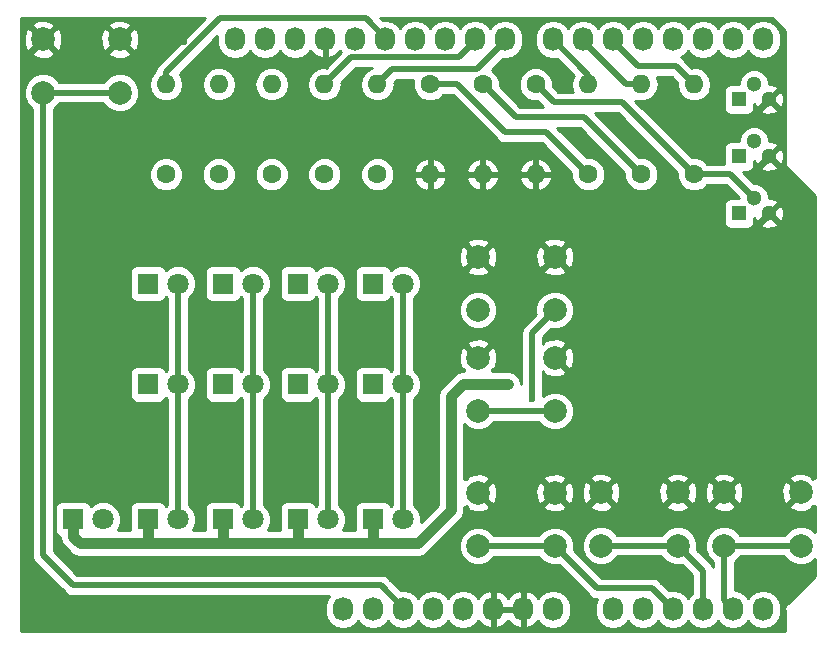
<source format=gtl>
G04 #@! TF.GenerationSoftware,KiCad,Pcbnew,(5.0.0)*
G04 #@! TF.CreationDate,2019-05-20T16:21:45+02:00*
G04 #@! TF.ProjectId,Rechner,526563686E65722E6B696361645F7063,rev?*
G04 #@! TF.SameCoordinates,Original*
G04 #@! TF.FileFunction,Copper,L1,Top,Signal*
G04 #@! TF.FilePolarity,Positive*
%FSLAX46Y46*%
G04 Gerber Fmt 4.6, Leading zero omitted, Abs format (unit mm)*
G04 Created by KiCad (PCBNEW (5.0.0)) date 05/20/19 16:21:45*
%MOMM*%
%LPD*%
G01*
G04 APERTURE LIST*
G04 #@! TA.AperFunction,ComponentPad*
%ADD10C,2.000000*%
G04 #@! TD*
G04 #@! TA.AperFunction,ComponentPad*
%ADD11O,1.727200X2.032000*%
G04 #@! TD*
G04 #@! TA.AperFunction,ComponentPad*
%ADD12R,1.800000X1.800000*%
G04 #@! TD*
G04 #@! TA.AperFunction,ComponentPad*
%ADD13C,1.800000*%
G04 #@! TD*
G04 #@! TA.AperFunction,ComponentPad*
%ADD14R,1.300000X1.300000*%
G04 #@! TD*
G04 #@! TA.AperFunction,ComponentPad*
%ADD15C,1.300000*%
G04 #@! TD*
G04 #@! TA.AperFunction,ComponentPad*
%ADD16C,1.600000*%
G04 #@! TD*
G04 #@! TA.AperFunction,ComponentPad*
%ADD17O,1.600000X1.600000*%
G04 #@! TD*
G04 #@! TA.AperFunction,ViaPad*
%ADD18C,0.600000*%
G04 #@! TD*
G04 #@! TA.AperFunction,Conductor*
%ADD19C,0.550000*%
G04 #@! TD*
G04 #@! TA.AperFunction,Conductor*
%ADD20C,0.950000*%
G04 #@! TD*
G04 #@! TA.AperFunction,Conductor*
%ADD21C,0.254000*%
G04 #@! TD*
G04 APERTURE END LIST*
D10*
G04 #@! TO.P,SW6,1*
G04 #@! TO.N,GND*
X177696000Y-113919000D03*
G04 #@! TO.P,SW6,2*
G04 #@! TO.N,/A4(SDA)*
X177696000Y-118419000D03*
G04 #@! TO.P,SW6,1*
G04 #@! TO.N,GND*
X171196000Y-113919000D03*
G04 #@! TO.P,SW6,2*
G04 #@! TO.N,/A4(SDA)*
X171196000Y-118419000D03*
G04 #@! TD*
D11*
G04 #@! TO.P,P6,1*
G04 #@! TO.N,N/C*
X138938000Y-123825000D03*
G04 #@! TO.P,P6,2*
X141478000Y-123825000D03*
G04 #@! TO.P,P6,3*
G04 #@! TO.N,/Reset*
X144018000Y-123825000D03*
G04 #@! TO.P,P6,4*
G04 #@! TO.N,N/C*
X146558000Y-123825000D03*
G04 #@! TO.P,P6,5*
X149098000Y-123825000D03*
G04 #@! TO.P,P6,6*
G04 #@! TO.N,GND*
X151638000Y-123825000D03*
G04 #@! TO.P,P6,7*
X154178000Y-123825000D03*
G04 #@! TO.P,P6,8*
G04 #@! TO.N,N/C*
X156718000Y-123825000D03*
G04 #@! TD*
G04 #@! TO.P,P8,1*
G04 #@! TO.N,/A0*
X161798000Y-123825000D03*
G04 #@! TO.P,P8,2*
G04 #@! TO.N,/A1*
X164338000Y-123825000D03*
G04 #@! TO.P,P8,3*
G04 #@! TO.N,/A2*
X166878000Y-123825000D03*
G04 #@! TO.P,P8,4*
G04 #@! TO.N,/A3*
X169418000Y-123825000D03*
G04 #@! TO.P,P8,5*
G04 #@! TO.N,/A4(SDA)*
X171958000Y-123825000D03*
G04 #@! TO.P,P8,6*
G04 #@! TO.N,/A5(SCL)*
X174498000Y-123825000D03*
G04 #@! TD*
G04 #@! TO.P,P5,1*
G04 #@! TO.N,/A5(SCL)*
X129794000Y-75565000D03*
G04 #@! TO.P,P5,2*
G04 #@! TO.N,/A4(SDA)*
X132334000Y-75565000D03*
G04 #@! TO.P,P5,3*
G04 #@! TO.N,N/C*
X134874000Y-75565000D03*
G04 #@! TO.P,P5,4*
G04 #@! TO.N,GND*
X137414000Y-75565000D03*
G04 #@! TO.P,P5,5*
G04 #@! TO.N,N/C*
X139954000Y-75565000D03*
G04 #@! TO.P,P5,6*
G04 #@! TO.N,/12(MISO)*
X142494000Y-75565000D03*
G04 #@! TO.P,P5,7*
G04 #@! TO.N,/11(\002A\002A/MOSI)*
X145034000Y-75565000D03*
G04 #@! TO.P,P5,8*
G04 #@! TO.N,/10(\002A\002A/SS)*
X147574000Y-75565000D03*
G04 #@! TO.P,P5,9*
G04 #@! TO.N,/9(\002A\002A)*
X150114000Y-75565000D03*
G04 #@! TO.P,P5,10*
G04 #@! TO.N,/8*
X152654000Y-75565000D03*
G04 #@! TD*
G04 #@! TO.P,P7,1*
G04 #@! TO.N,/7*
X156718000Y-75565000D03*
G04 #@! TO.P,P7,2*
G04 #@! TO.N,/6(\002A\002A)*
X159258000Y-75565000D03*
G04 #@! TO.P,P7,3*
G04 #@! TO.N,/5(\002A\002A)*
X161798000Y-75565000D03*
G04 #@! TO.P,P7,4*
G04 #@! TO.N,N/C*
X164338000Y-75565000D03*
G04 #@! TO.P,P7,5*
X166878000Y-75565000D03*
G04 #@! TO.P,P7,6*
X169418000Y-75565000D03*
G04 #@! TO.P,P7,7*
X171958000Y-75565000D03*
G04 #@! TO.P,P7,8*
X174498000Y-75565000D03*
G04 #@! TD*
D12*
G04 #@! TO.P,D1,1*
G04 #@! TO.N,Net-(D1-Pad1)*
X122428000Y-96230000D03*
D13*
G04 #@! TO.P,D1,2*
G04 #@! TO.N,Net-(D1-Pad2)*
X124968000Y-96230000D03*
G04 #@! TD*
G04 #@! TO.P,D2,2*
G04 #@! TO.N,Net-(D11-Pad2)*
X131318000Y-96230000D03*
D12*
G04 #@! TO.P,D2,1*
G04 #@! TO.N,Net-(D1-Pad1)*
X128778000Y-96230000D03*
G04 #@! TD*
G04 #@! TO.P,D3,1*
G04 #@! TO.N,Net-(D1-Pad1)*
X135128000Y-96230000D03*
D13*
G04 #@! TO.P,D3,2*
G04 #@! TO.N,Net-(D12-Pad2)*
X137668000Y-96230000D03*
G04 #@! TD*
G04 #@! TO.P,D4,2*
G04 #@! TO.N,Net-(D13-Pad2)*
X144018000Y-96230000D03*
D12*
G04 #@! TO.P,D4,1*
G04 #@! TO.N,Net-(D1-Pad1)*
X141478000Y-96230000D03*
G04 #@! TD*
G04 #@! TO.P,D5,1*
G04 #@! TO.N,Net-(D5-Pad1)*
X122428000Y-104775000D03*
D13*
G04 #@! TO.P,D5,2*
G04 #@! TO.N,Net-(D1-Pad2)*
X124968000Y-104775000D03*
G04 #@! TD*
G04 #@! TO.P,D6,2*
G04 #@! TO.N,Net-(D11-Pad2)*
X131318000Y-104775000D03*
D12*
G04 #@! TO.P,D6,1*
G04 #@! TO.N,Net-(D5-Pad1)*
X128778000Y-104775000D03*
G04 #@! TD*
G04 #@! TO.P,D7,1*
G04 #@! TO.N,Net-(D5-Pad1)*
X135128000Y-104775000D03*
D13*
G04 #@! TO.P,D7,2*
G04 #@! TO.N,Net-(D12-Pad2)*
X137668000Y-104775000D03*
G04 #@! TD*
G04 #@! TO.P,D8,2*
G04 #@! TO.N,Net-(D13-Pad2)*
X144018000Y-104775000D03*
D12*
G04 #@! TO.P,D8,1*
G04 #@! TO.N,Net-(D5-Pad1)*
X141478000Y-104775000D03*
G04 #@! TD*
G04 #@! TO.P,D9,1*
G04 #@! TO.N,Net-(D10-Pad1)*
X116078000Y-116205000D03*
D13*
G04 #@! TO.P,D9,2*
G04 #@! TO.N,Net-(D9-Pad2)*
X118618000Y-116205000D03*
G04 #@! TD*
G04 #@! TO.P,D10,2*
G04 #@! TO.N,Net-(D1-Pad2)*
X124968000Y-116205000D03*
D12*
G04 #@! TO.P,D10,1*
G04 #@! TO.N,Net-(D10-Pad1)*
X122428000Y-116205000D03*
G04 #@! TD*
D13*
G04 #@! TO.P,D11,2*
G04 #@! TO.N,Net-(D11-Pad2)*
X131318000Y-116205000D03*
D12*
G04 #@! TO.P,D11,1*
G04 #@! TO.N,Net-(D10-Pad1)*
X128778000Y-116205000D03*
G04 #@! TD*
G04 #@! TO.P,D12,1*
G04 #@! TO.N,Net-(D10-Pad1)*
X135128000Y-116205000D03*
D13*
G04 #@! TO.P,D12,2*
G04 #@! TO.N,Net-(D12-Pad2)*
X137668000Y-116205000D03*
G04 #@! TD*
D12*
G04 #@! TO.P,D13,1*
G04 #@! TO.N,Net-(D10-Pad1)*
X141478000Y-116205000D03*
D13*
G04 #@! TO.P,D13,2*
G04 #@! TO.N,Net-(D13-Pad2)*
X144018000Y-116205000D03*
G04 #@! TD*
D14*
G04 #@! TO.P,Q1,1*
G04 #@! TO.N,Net-(D1-Pad1)*
X172466000Y-80645000D03*
D15*
G04 #@! TO.P,Q1,3*
G04 #@! TO.N,GND*
X175006000Y-80645000D03*
G04 #@! TO.P,Q1,2*
G04 #@! TO.N,Net-(Q1-Pad2)*
X173736000Y-79375000D03*
G04 #@! TD*
G04 #@! TO.P,Q2,2*
G04 #@! TO.N,Net-(Q2-Pad2)*
X173736000Y-84201000D03*
G04 #@! TO.P,Q2,3*
G04 #@! TO.N,GND*
X175006000Y-85471000D03*
D14*
G04 #@! TO.P,Q2,1*
G04 #@! TO.N,Net-(D5-Pad1)*
X172466000Y-85471000D03*
G04 #@! TD*
D15*
G04 #@! TO.P,Q3,2*
G04 #@! TO.N,Net-(Q3-Pad2)*
X173736000Y-89027000D03*
G04 #@! TO.P,Q3,3*
G04 #@! TO.N,GND*
X175006000Y-90297000D03*
D14*
G04 #@! TO.P,Q3,1*
G04 #@! TO.N,Net-(D10-Pad1)*
X172466000Y-90297000D03*
G04 #@! TD*
D16*
G04 #@! TO.P,R1,1*
G04 #@! TO.N,Net-(D9-Pad2)*
X123952000Y-86995000D03*
D17*
G04 #@! TO.P,R1,2*
G04 #@! TO.N,/12(MISO)*
X123952000Y-79375000D03*
G04 #@! TD*
G04 #@! TO.P,R2,2*
G04 #@! TO.N,/11(\002A\002A/MOSI)*
X128422400Y-79375000D03*
D16*
G04 #@! TO.P,R2,1*
G04 #@! TO.N,Net-(D1-Pad2)*
X128422400Y-86995000D03*
G04 #@! TD*
G04 #@! TO.P,R3,1*
G04 #@! TO.N,Net-(D11-Pad2)*
X132892800Y-86995000D03*
D17*
G04 #@! TO.P,R3,2*
G04 #@! TO.N,/10(\002A\002A/SS)*
X132892800Y-79375000D03*
G04 #@! TD*
G04 #@! TO.P,R4,2*
G04 #@! TO.N,/9(\002A\002A)*
X137363200Y-79375000D03*
D16*
G04 #@! TO.P,R4,1*
G04 #@! TO.N,Net-(D12-Pad2)*
X137363200Y-86995000D03*
G04 #@! TD*
G04 #@! TO.P,R5,1*
G04 #@! TO.N,Net-(D13-Pad2)*
X141833600Y-86995000D03*
D17*
G04 #@! TO.P,R5,2*
G04 #@! TO.N,/8*
X141833600Y-79375000D03*
G04 #@! TD*
G04 #@! TO.P,R6,2*
G04 #@! TO.N,/7*
X159715200Y-79375000D03*
D16*
G04 #@! TO.P,R6,1*
G04 #@! TO.N,Net-(Q1-Pad2)*
X159715200Y-86995000D03*
G04 #@! TD*
G04 #@! TO.P,R7,1*
G04 #@! TO.N,Net-(Q1-Pad2)*
X146304000Y-79375000D03*
D17*
G04 #@! TO.P,R7,2*
G04 #@! TO.N,GND*
X146304000Y-86995000D03*
G04 #@! TD*
D16*
G04 #@! TO.P,R8,1*
G04 #@! TO.N,Net-(Q2-Pad2)*
X164185600Y-86995000D03*
D17*
G04 #@! TO.P,R8,2*
G04 #@! TO.N,/6(\002A\002A)*
X164185600Y-79375000D03*
G04 #@! TD*
G04 #@! TO.P,R9,2*
G04 #@! TO.N,GND*
X150774400Y-86995000D03*
D16*
G04 #@! TO.P,R9,1*
G04 #@! TO.N,Net-(Q2-Pad2)*
X150774400Y-79375000D03*
G04 #@! TD*
G04 #@! TO.P,R10,1*
G04 #@! TO.N,Net-(Q3-Pad2)*
X168656000Y-86995000D03*
D17*
G04 #@! TO.P,R10,2*
G04 #@! TO.N,/5(\002A\002A)*
X168656000Y-79375000D03*
G04 #@! TD*
G04 #@! TO.P,R11,2*
G04 #@! TO.N,GND*
X155244800Y-86995000D03*
D16*
G04 #@! TO.P,R11,1*
G04 #@! TO.N,Net-(Q3-Pad2)*
X155244800Y-79375000D03*
G04 #@! TD*
D10*
G04 #@! TO.P,SW1,2*
G04 #@! TO.N,/Reset*
X113538000Y-80065000D03*
G04 #@! TO.P,SW1,1*
G04 #@! TO.N,GND*
X113538000Y-75565000D03*
G04 #@! TO.P,SW1,2*
G04 #@! TO.N,/Reset*
X120038000Y-80065000D03*
G04 #@! TO.P,SW1,1*
G04 #@! TO.N,GND*
X120038000Y-75565000D03*
G04 #@! TD*
G04 #@! TO.P,SW2,2*
G04 #@! TO.N,/A0*
X150368000Y-98480000D03*
G04 #@! TO.P,SW2,1*
G04 #@! TO.N,GND*
X150368000Y-93980000D03*
G04 #@! TO.P,SW2,2*
G04 #@! TO.N,/A0*
X156868000Y-98480000D03*
G04 #@! TO.P,SW2,1*
G04 #@! TO.N,GND*
X156868000Y-93980000D03*
G04 #@! TD*
G04 #@! TO.P,SW3,1*
G04 #@! TO.N,GND*
X156868000Y-102525000D03*
G04 #@! TO.P,SW3,2*
G04 #@! TO.N,/A1*
X156868000Y-107025000D03*
G04 #@! TO.P,SW3,1*
G04 #@! TO.N,GND*
X150368000Y-102525000D03*
G04 #@! TO.P,SW3,2*
G04 #@! TO.N,/A1*
X150368000Y-107025000D03*
G04 #@! TD*
G04 #@! TO.P,SW4,2*
G04 #@! TO.N,/A2*
X150368000Y-118455000D03*
G04 #@! TO.P,SW4,1*
G04 #@! TO.N,GND*
X150368000Y-113955000D03*
G04 #@! TO.P,SW4,2*
G04 #@! TO.N,/A2*
X156868000Y-118455000D03*
G04 #@! TO.P,SW4,1*
G04 #@! TO.N,GND*
X156868000Y-113955000D03*
G04 #@! TD*
G04 #@! TO.P,SW5,1*
G04 #@! TO.N,GND*
X167282000Y-113919000D03*
G04 #@! TO.P,SW5,2*
G04 #@! TO.N,/A3*
X167282000Y-118419000D03*
G04 #@! TO.P,SW5,1*
G04 #@! TO.N,GND*
X160782000Y-113919000D03*
G04 #@! TO.P,SW5,2*
G04 #@! TO.N,/A3*
X160782000Y-118419000D03*
G04 #@! TD*
D18*
G04 #@! TO.N,GND*
X166116000Y-88773000D03*
X174498000Y-121031000D03*
X153670000Y-93853000D03*
X165100000Y-120269000D03*
X116840000Y-77343000D03*
X119888000Y-120015000D03*
X138176000Y-120015000D03*
X129286000Y-124079000D03*
X113538000Y-124079000D03*
X128270000Y-108839000D03*
X134620000Y-108839000D03*
X140970000Y-108839000D03*
X175514000Y-82931000D03*
X177800000Y-90297000D03*
X125476000Y-75819000D03*
X132842000Y-83185000D03*
X141986000Y-82931000D03*
X154940000Y-77089000D03*
G04 #@! TO.N,/A0*
X154940000Y-106045000D03*
G04 #@! TO.N,Net-(D10-Pad1)*
X152908000Y-104775000D03*
G04 #@! TD*
D19*
G04 #@! TO.N,/A4(SDA)*
X177696000Y-118419000D02*
X171196000Y-118419000D01*
X171196000Y-123063000D02*
X171958000Y-123825000D01*
X171196000Y-118419000D02*
X171196000Y-123063000D01*
G04 #@! TO.N,Net-(D11-Pad2)*
X131318000Y-97502792D02*
X131318000Y-104775000D01*
X131318000Y-96230000D02*
X131318000Y-97502792D01*
X131318000Y-104775000D02*
X131318000Y-116205000D01*
G04 #@! TO.N,Net-(Q1-Pad2)*
X156159200Y-83439000D02*
X159715200Y-86995000D01*
X152654000Y-83439000D02*
X156159200Y-83439000D01*
X146304000Y-79375000D02*
X148590000Y-79375000D01*
X148590000Y-79375000D02*
X152654000Y-83439000D01*
G04 #@! TO.N,Net-(Q2-Pad2)*
X164185600Y-86995000D02*
X164185600Y-87147400D01*
X150774400Y-79375000D02*
X153568400Y-82169000D01*
X159359600Y-82169000D02*
X164185600Y-86995000D01*
X153568400Y-82169000D02*
X159359600Y-82169000D01*
G04 #@! TO.N,Net-(Q3-Pad2)*
X171704000Y-86995000D02*
X173736000Y-89027000D01*
X168656000Y-86995000D02*
X171704000Y-86995000D01*
X162560000Y-80899000D02*
X168656000Y-86995000D01*
X155244800Y-79375000D02*
X156768800Y-80899000D01*
X156768800Y-80899000D02*
X162560000Y-80899000D01*
G04 #@! TO.N,Net-(D1-Pad2)*
X124968000Y-96230000D02*
X124968000Y-104775000D01*
X124968000Y-104775000D02*
X124968000Y-116205000D01*
G04 #@! TO.N,/Reset*
X114952213Y-80065000D02*
X120038000Y-80065000D01*
X113538000Y-80065000D02*
X114952213Y-80065000D01*
X113538000Y-118745000D02*
X113538000Y-80065000D01*
X144018000Y-123672600D02*
X142138400Y-121793000D01*
X144018000Y-123825000D02*
X144018000Y-123672600D01*
X142138400Y-121793000D02*
X116078000Y-121793000D01*
X116078000Y-121793000D02*
X113538000Y-119253000D01*
X113538000Y-119253000D02*
X113538000Y-118745000D01*
G04 #@! TO.N,/A0*
X154940000Y-106045000D02*
X154940000Y-100408000D01*
X154940000Y-100408000D02*
X156868000Y-98480000D01*
G04 #@! TO.N,/A1*
X150368000Y-107025000D02*
X156868000Y-107025000D01*
X164338000Y-123672600D02*
X164338000Y-123825000D01*
G04 #@! TO.N,/A2*
X150368000Y-118455000D02*
X156868000Y-118455000D01*
X160460000Y-122047000D02*
X156868000Y-118455000D01*
X166878000Y-123825000D02*
X165100000Y-122047000D01*
X165100000Y-122047000D02*
X160460000Y-122047000D01*
G04 #@! TO.N,/A3*
X169418000Y-123825000D02*
X169418000Y-123672600D01*
X169418000Y-120555000D02*
X167282000Y-118419000D01*
X169418000Y-123825000D02*
X169418000Y-120555000D01*
X167282000Y-118419000D02*
X160782000Y-118419000D01*
G04 #@! TO.N,/12(MISO)*
X128524000Y-73787000D02*
X123952000Y-78359000D01*
X140868400Y-73787000D02*
X128524000Y-73787000D01*
X142494000Y-75565000D02*
X142494000Y-75412600D01*
X123952000Y-78359000D02*
X123952000Y-79375000D01*
X142494000Y-75412600D02*
X140868400Y-73787000D01*
G04 #@! TO.N,/10(\002A\002A/SS)*
X147574000Y-76073000D02*
X147574000Y-75565000D01*
G04 #@! TO.N,/9(\002A\002A)*
X150114000Y-75717400D02*
X148742400Y-77089000D01*
X150114000Y-75565000D02*
X150114000Y-75717400D01*
X139649200Y-77089000D02*
X137363200Y-79375000D01*
X148742400Y-77089000D02*
X139649200Y-77089000D01*
G04 #@! TO.N,/8*
X152654000Y-75717400D02*
X152654000Y-75565000D01*
X150271401Y-78099999D02*
X152654000Y-75717400D01*
X143108601Y-78099999D02*
X150271401Y-78099999D01*
X141833600Y-79375000D02*
X143108601Y-78099999D01*
G04 #@! TO.N,/7*
X156718000Y-75565000D02*
X156718000Y-75717400D01*
X159715200Y-78562200D02*
X156718000Y-75565000D01*
X159715200Y-79375000D02*
X159715200Y-78562200D01*
G04 #@! TO.N,/6(\002A\002A)*
X163054230Y-79375000D02*
X164185600Y-79375000D01*
X159258000Y-75717400D02*
X162915600Y-79375000D01*
X162915600Y-79375000D02*
X163054230Y-79375000D01*
X159258000Y-75565000D02*
X159258000Y-75717400D01*
G04 #@! TO.N,/5(\002A\002A)*
X168656000Y-79121000D02*
X168656000Y-79375000D01*
X161798000Y-75565000D02*
X161798000Y-75717400D01*
X161798000Y-75717400D02*
X163931600Y-77851000D01*
X167132000Y-77851000D02*
X168656000Y-79375000D01*
X163931600Y-77851000D02*
X167132000Y-77851000D01*
G04 #@! TO.N,Net-(D12-Pad2)*
X137668000Y-96230000D02*
X137668000Y-104775000D01*
X137668000Y-104775000D02*
X137668000Y-116205000D01*
G04 #@! TO.N,Net-(D13-Pad2)*
X144018000Y-96230000D02*
X144018000Y-104775000D01*
X144018000Y-104775000D02*
X144018000Y-116205000D01*
D20*
G04 #@! TO.N,Net-(D10-Pad1)*
X116078000Y-117655000D02*
X116660000Y-118237000D01*
X116078000Y-116205000D02*
X116078000Y-117655000D01*
X116660000Y-118237000D02*
X118946000Y-118237000D01*
X118946000Y-118237000D02*
X120142000Y-118237000D01*
X128778000Y-116205000D02*
X128778000Y-118237000D01*
X141478000Y-116205000D02*
X141478000Y-118237000D01*
X122428000Y-117655000D02*
X122428000Y-118237000D01*
X120142000Y-118237000D02*
X122428000Y-118237000D01*
X122428000Y-116205000D02*
X122428000Y-117655000D01*
X122428000Y-118237000D02*
X128778000Y-118237000D01*
X135128000Y-116205000D02*
X135128000Y-118237000D01*
X128778000Y-118237000D02*
X135128000Y-118237000D01*
X135128000Y-118237000D02*
X141478000Y-118237000D01*
X141478000Y-118237000D02*
X145288000Y-118237000D01*
X148082000Y-115443000D02*
X148082000Y-105791000D01*
X145288000Y-118237000D02*
X148082000Y-115443000D01*
X148082000Y-105791000D02*
X149098000Y-104775000D01*
X149098000Y-104775000D02*
X152908000Y-104775000D01*
G04 #@! TD*
D21*
G04 #@! TO.N,GND*
G36*
X123371910Y-77652157D02*
X123295927Y-77702927D01*
X123109388Y-77982105D01*
X123094800Y-78003937D01*
X123044798Y-78255314D01*
X122917423Y-78340423D01*
X122600260Y-78815091D01*
X122488887Y-79375000D01*
X122600260Y-79934909D01*
X122917423Y-80409577D01*
X123392091Y-80726740D01*
X123810667Y-80810000D01*
X124093333Y-80810000D01*
X124511909Y-80726740D01*
X124986577Y-80409577D01*
X125303740Y-79934909D01*
X125415113Y-79375000D01*
X126959287Y-79375000D01*
X127070660Y-79934909D01*
X127387823Y-80409577D01*
X127862491Y-80726740D01*
X128281067Y-80810000D01*
X128563733Y-80810000D01*
X128982309Y-80726740D01*
X129456977Y-80409577D01*
X129774140Y-79934909D01*
X129885513Y-79375000D01*
X131429687Y-79375000D01*
X131541060Y-79934909D01*
X131858223Y-80409577D01*
X132332891Y-80726740D01*
X132751467Y-80810000D01*
X133034133Y-80810000D01*
X133452709Y-80726740D01*
X133927377Y-80409577D01*
X134244540Y-79934909D01*
X134355913Y-79375000D01*
X134244540Y-78815091D01*
X133927377Y-78340423D01*
X133452709Y-78023260D01*
X133034133Y-77940000D01*
X132751467Y-77940000D01*
X132332891Y-78023260D01*
X131858223Y-78340423D01*
X131541060Y-78815091D01*
X131429687Y-79375000D01*
X129885513Y-79375000D01*
X129774140Y-78815091D01*
X129456977Y-78340423D01*
X128982309Y-78023260D01*
X128563733Y-77940000D01*
X128281067Y-77940000D01*
X127862491Y-78023260D01*
X127387823Y-78340423D01*
X127070660Y-78815091D01*
X126959287Y-79375000D01*
X125415113Y-79375000D01*
X125303740Y-78815091D01*
X125095098Y-78502836D01*
X128295400Y-75302535D01*
X128295400Y-75864998D01*
X128382350Y-76302125D01*
X128713570Y-76797830D01*
X129209276Y-77129050D01*
X129794000Y-77245359D01*
X130378725Y-77129050D01*
X130874430Y-76797830D01*
X131064000Y-76514119D01*
X131253570Y-76797830D01*
X131749276Y-77129050D01*
X132334000Y-77245359D01*
X132918725Y-77129050D01*
X133414430Y-76797830D01*
X133604000Y-76514119D01*
X133793570Y-76797830D01*
X134289276Y-77129050D01*
X134874000Y-77245359D01*
X135458725Y-77129050D01*
X135954430Y-76797830D01*
X136147909Y-76508267D01*
X136511964Y-76915732D01*
X137039209Y-77169709D01*
X137054974Y-77172358D01*
X137287000Y-77051217D01*
X137287000Y-75692000D01*
X137267000Y-75692000D01*
X137267000Y-75438000D01*
X137287000Y-75438000D01*
X137287000Y-75418000D01*
X137541000Y-75418000D01*
X137541000Y-75438000D01*
X137561000Y-75438000D01*
X137561000Y-75692000D01*
X137541000Y-75692000D01*
X137541000Y-77051217D01*
X137773026Y-77172358D01*
X137788791Y-77169709D01*
X138316036Y-76915732D01*
X138680090Y-76508268D01*
X138785397Y-76665869D01*
X137510149Y-77941117D01*
X137504533Y-77940000D01*
X137221867Y-77940000D01*
X136803291Y-78023260D01*
X136328623Y-78340423D01*
X136011460Y-78815091D01*
X135900087Y-79375000D01*
X136011460Y-79934909D01*
X136328623Y-80409577D01*
X136803291Y-80726740D01*
X137221867Y-80810000D01*
X137504533Y-80810000D01*
X137923109Y-80726740D01*
X138397777Y-80409577D01*
X138714940Y-79934909D01*
X138826313Y-79375000D01*
X138797083Y-79228050D01*
X140026134Y-77999000D01*
X141395654Y-77999000D01*
X141273691Y-78023260D01*
X140799023Y-78340423D01*
X140481860Y-78815091D01*
X140370487Y-79375000D01*
X140481860Y-79934909D01*
X140799023Y-80409577D01*
X141273691Y-80726740D01*
X141692267Y-80810000D01*
X141974933Y-80810000D01*
X142393509Y-80726740D01*
X142868177Y-80409577D01*
X143185340Y-79934909D01*
X143296713Y-79375000D01*
X143267483Y-79228051D01*
X143485535Y-79009999D01*
X144901956Y-79009999D01*
X144869000Y-79089561D01*
X144869000Y-79660439D01*
X145087466Y-80187862D01*
X145491138Y-80591534D01*
X146018561Y-80810000D01*
X146589439Y-80810000D01*
X147116862Y-80591534D01*
X147423396Y-80285000D01*
X148213067Y-80285000D01*
X151947159Y-84019093D01*
X151997927Y-84095073D01*
X152298936Y-84296200D01*
X152654000Y-84366827D01*
X152743622Y-84349000D01*
X155782267Y-84349000D01*
X158280200Y-86846935D01*
X158280200Y-87280439D01*
X158498666Y-87807862D01*
X158902338Y-88211534D01*
X159429761Y-88430000D01*
X160000639Y-88430000D01*
X160528062Y-88211534D01*
X160931734Y-87807862D01*
X161150200Y-87280439D01*
X161150200Y-86709561D01*
X160931734Y-86182138D01*
X160528062Y-85778466D01*
X160000639Y-85560000D01*
X159567135Y-85560000D01*
X157086133Y-83079000D01*
X158982667Y-83079000D01*
X162750600Y-86846934D01*
X162750600Y-87280439D01*
X162969066Y-87807862D01*
X163372738Y-88211534D01*
X163900161Y-88430000D01*
X164471039Y-88430000D01*
X164998462Y-88211534D01*
X165402134Y-87807862D01*
X165620600Y-87280439D01*
X165620600Y-86709561D01*
X165402134Y-86182138D01*
X164998462Y-85778466D01*
X164471039Y-85560000D01*
X164037534Y-85560000D01*
X160286533Y-81809000D01*
X162183067Y-81809000D01*
X167221000Y-86846934D01*
X167221000Y-87280439D01*
X167439466Y-87807862D01*
X167843138Y-88211534D01*
X168370561Y-88430000D01*
X168941439Y-88430000D01*
X169468862Y-88211534D01*
X169775396Y-87905000D01*
X171327067Y-87905000D01*
X172421626Y-88999560D01*
X171816000Y-88999560D01*
X171568235Y-89048843D01*
X171358191Y-89189191D01*
X171217843Y-89399235D01*
X171168560Y-89647000D01*
X171168560Y-90947000D01*
X171217843Y-91194765D01*
X171358191Y-91404809D01*
X171568235Y-91545157D01*
X171816000Y-91594440D01*
X173116000Y-91594440D01*
X173363765Y-91545157D01*
X173573809Y-91404809D01*
X173713321Y-91196016D01*
X174286590Y-91196016D01*
X174342271Y-91426611D01*
X174825078Y-91594622D01*
X175335428Y-91565083D01*
X175669729Y-91426611D01*
X175725410Y-91196016D01*
X175006000Y-90476605D01*
X174286590Y-91196016D01*
X173713321Y-91196016D01*
X173714157Y-91194765D01*
X173763440Y-90947000D01*
X173763440Y-90688046D01*
X173876389Y-90960729D01*
X174106984Y-91016410D01*
X174826395Y-90297000D01*
X175185605Y-90297000D01*
X175905016Y-91016410D01*
X176135611Y-90960729D01*
X176303622Y-90477922D01*
X176274083Y-89967572D01*
X176135611Y-89633271D01*
X175905016Y-89577590D01*
X175185605Y-90297000D01*
X174826395Y-90297000D01*
X174812253Y-90282858D01*
X174991858Y-90103253D01*
X175006000Y-90117395D01*
X175725410Y-89397984D01*
X175669729Y-89167389D01*
X175186922Y-88999378D01*
X175021000Y-89008982D01*
X175021000Y-88771398D01*
X174825371Y-88299106D01*
X174463894Y-87937629D01*
X173991602Y-87742000D01*
X173737934Y-87742000D01*
X172764373Y-86768440D01*
X173116000Y-86768440D01*
X173363765Y-86719157D01*
X173573809Y-86578809D01*
X173713321Y-86370016D01*
X174286590Y-86370016D01*
X174342271Y-86600611D01*
X174825078Y-86768622D01*
X175335428Y-86739083D01*
X175669729Y-86600611D01*
X175725410Y-86370016D01*
X175006000Y-85650605D01*
X174286590Y-86370016D01*
X173713321Y-86370016D01*
X173714157Y-86368765D01*
X173763440Y-86121000D01*
X173763440Y-85862046D01*
X173876389Y-86134729D01*
X174106984Y-86190410D01*
X174826395Y-85471000D01*
X175185605Y-85471000D01*
X175905016Y-86190410D01*
X176135611Y-86134729D01*
X176303622Y-85651922D01*
X176274083Y-85141572D01*
X176135611Y-84807271D01*
X175905016Y-84751590D01*
X175185605Y-85471000D01*
X174826395Y-85471000D01*
X174812253Y-85456858D01*
X174991858Y-85277253D01*
X175006000Y-85291395D01*
X175725410Y-84571984D01*
X175669729Y-84341389D01*
X175186922Y-84173378D01*
X175021000Y-84182982D01*
X175021000Y-83945398D01*
X174825371Y-83473106D01*
X174463894Y-83111629D01*
X173991602Y-82916000D01*
X173480398Y-82916000D01*
X173008106Y-83111629D01*
X172646629Y-83473106D01*
X172451000Y-83945398D01*
X172451000Y-84173560D01*
X171816000Y-84173560D01*
X171568235Y-84222843D01*
X171358191Y-84363191D01*
X171217843Y-84573235D01*
X171168560Y-84821000D01*
X171168560Y-86085000D01*
X169775396Y-86085000D01*
X169468862Y-85778466D01*
X168941439Y-85560000D01*
X168507934Y-85560000D01*
X163686835Y-80738902D01*
X164044267Y-80810000D01*
X164326933Y-80810000D01*
X164745509Y-80726740D01*
X165220177Y-80409577D01*
X165537340Y-79934909D01*
X165648713Y-79375000D01*
X165537340Y-78815091D01*
X165501198Y-78761000D01*
X166755067Y-78761000D01*
X167222117Y-79228051D01*
X167192887Y-79375000D01*
X167304260Y-79934909D01*
X167621423Y-80409577D01*
X168096091Y-80726740D01*
X168514667Y-80810000D01*
X168797333Y-80810000D01*
X169215909Y-80726740D01*
X169690577Y-80409577D01*
X169967588Y-79995000D01*
X171168560Y-79995000D01*
X171168560Y-81295000D01*
X171217843Y-81542765D01*
X171358191Y-81752809D01*
X171568235Y-81893157D01*
X171816000Y-81942440D01*
X173116000Y-81942440D01*
X173363765Y-81893157D01*
X173573809Y-81752809D01*
X173713321Y-81544016D01*
X174286590Y-81544016D01*
X174342271Y-81774611D01*
X174825078Y-81942622D01*
X175335428Y-81913083D01*
X175669729Y-81774611D01*
X175725410Y-81544016D01*
X175006000Y-80824605D01*
X174286590Y-81544016D01*
X173713321Y-81544016D01*
X173714157Y-81542765D01*
X173763440Y-81295000D01*
X173763440Y-81036046D01*
X173876389Y-81308729D01*
X174106984Y-81364410D01*
X174826395Y-80645000D01*
X175185605Y-80645000D01*
X175905016Y-81364410D01*
X176135611Y-81308729D01*
X176303622Y-80825922D01*
X176274083Y-80315572D01*
X176135611Y-79981271D01*
X175905016Y-79925590D01*
X175185605Y-80645000D01*
X174826395Y-80645000D01*
X174812253Y-80630858D01*
X174991858Y-80451253D01*
X175006000Y-80465395D01*
X175725410Y-79745984D01*
X175669729Y-79515389D01*
X175186922Y-79347378D01*
X175021000Y-79356982D01*
X175021000Y-79119398D01*
X174825371Y-78647106D01*
X174463894Y-78285629D01*
X173991602Y-78090000D01*
X173480398Y-78090000D01*
X173008106Y-78285629D01*
X172646629Y-78647106D01*
X172451000Y-79119398D01*
X172451000Y-79347560D01*
X171816000Y-79347560D01*
X171568235Y-79396843D01*
X171358191Y-79537191D01*
X171217843Y-79747235D01*
X171168560Y-79995000D01*
X169967588Y-79995000D01*
X170007740Y-79934909D01*
X170119113Y-79375000D01*
X170007740Y-78815091D01*
X169690577Y-78340423D01*
X169215909Y-78023260D01*
X168797333Y-77940000D01*
X168514667Y-77940000D01*
X168509051Y-77941117D01*
X167838843Y-77270910D01*
X167788073Y-77194927D01*
X167576103Y-77053293D01*
X167958430Y-76797830D01*
X168148000Y-76514119D01*
X168337570Y-76797830D01*
X168833276Y-77129050D01*
X169418000Y-77245359D01*
X170002725Y-77129050D01*
X170498430Y-76797830D01*
X170688000Y-76514119D01*
X170877570Y-76797830D01*
X171373276Y-77129050D01*
X171958000Y-77245359D01*
X172542725Y-77129050D01*
X173038430Y-76797830D01*
X173228000Y-76514119D01*
X173417570Y-76797830D01*
X173913276Y-77129050D01*
X174498000Y-77245359D01*
X175082725Y-77129050D01*
X175578430Y-76797830D01*
X175909650Y-76302124D01*
X175996600Y-75864997D01*
X175996600Y-75265002D01*
X175909650Y-74827875D01*
X175578430Y-74332170D01*
X175082724Y-74000950D01*
X174498000Y-73884641D01*
X173913275Y-74000950D01*
X173417570Y-74332170D01*
X173228000Y-74615881D01*
X173038430Y-74332170D01*
X172542724Y-74000950D01*
X171958000Y-73884641D01*
X171373275Y-74000950D01*
X170877570Y-74332170D01*
X170688000Y-74615881D01*
X170498430Y-74332170D01*
X170002724Y-74000950D01*
X169418000Y-73884641D01*
X168833275Y-74000950D01*
X168337570Y-74332170D01*
X168148000Y-74615881D01*
X167958430Y-74332170D01*
X167462724Y-74000950D01*
X166878000Y-73884641D01*
X166293275Y-74000950D01*
X165797570Y-74332170D01*
X165608000Y-74615881D01*
X165418430Y-74332170D01*
X164922724Y-74000950D01*
X164338000Y-73884641D01*
X163753275Y-74000950D01*
X163257570Y-74332170D01*
X163068000Y-74615881D01*
X162878430Y-74332170D01*
X162382724Y-74000950D01*
X161798000Y-73884641D01*
X161213275Y-74000950D01*
X160717570Y-74332170D01*
X160528000Y-74615881D01*
X160338430Y-74332170D01*
X159842724Y-74000950D01*
X159258000Y-73884641D01*
X158673275Y-74000950D01*
X158177570Y-74332170D01*
X157988000Y-74615881D01*
X157798430Y-74332170D01*
X157302724Y-74000950D01*
X156718000Y-73884641D01*
X156133275Y-74000950D01*
X155637570Y-74332170D01*
X155306350Y-74827876D01*
X155219400Y-75265003D01*
X155219400Y-75864998D01*
X155306350Y-76302125D01*
X155637570Y-76797830D01*
X156133276Y-77129050D01*
X156718000Y-77245359D01*
X157046152Y-77180085D01*
X158490712Y-78624645D01*
X158363460Y-78815091D01*
X158252087Y-79375000D01*
X158363460Y-79934909D01*
X158399602Y-79989000D01*
X157145735Y-79989000D01*
X156679800Y-79523066D01*
X156679800Y-79089561D01*
X156461334Y-78562138D01*
X156057662Y-78158466D01*
X155530239Y-77940000D01*
X154959361Y-77940000D01*
X154431938Y-78158466D01*
X154028266Y-78562138D01*
X153809800Y-79089561D01*
X153809800Y-79660439D01*
X154028266Y-80187862D01*
X154431938Y-80591534D01*
X154959361Y-80810000D01*
X155392866Y-80810000D01*
X155841865Y-81259000D01*
X153945334Y-81259000D01*
X152209400Y-79523067D01*
X152209400Y-79089561D01*
X151990934Y-78562138D01*
X151587262Y-78158466D01*
X151525465Y-78132869D01*
X152452963Y-77205370D01*
X152654000Y-77245359D01*
X153238725Y-77129050D01*
X153734430Y-76797830D01*
X154065650Y-76302124D01*
X154152600Y-75864997D01*
X154152600Y-75265002D01*
X154065650Y-74827875D01*
X153734430Y-74332170D01*
X153238724Y-74000950D01*
X152654000Y-73884641D01*
X152069275Y-74000950D01*
X151573570Y-74332170D01*
X151384000Y-74615881D01*
X151194430Y-74332170D01*
X150698724Y-74000950D01*
X150114000Y-73884641D01*
X149529275Y-74000950D01*
X149033570Y-74332170D01*
X148844000Y-74615881D01*
X148654430Y-74332170D01*
X148158724Y-74000950D01*
X147574000Y-73884641D01*
X146989275Y-74000950D01*
X146493570Y-74332170D01*
X146304000Y-74615881D01*
X146114430Y-74332170D01*
X145618724Y-74000950D01*
X145034000Y-73884641D01*
X144449275Y-74000950D01*
X143953570Y-74332170D01*
X143764000Y-74615881D01*
X143574430Y-74332170D01*
X143078724Y-74000950D01*
X142494000Y-73884641D01*
X142292963Y-73924630D01*
X142103333Y-73735000D01*
X175219910Y-73735000D01*
X176328001Y-74843092D01*
X176328000Y-85909076D01*
X176314091Y-85979000D01*
X176328000Y-86048924D01*
X176328000Y-86048925D01*
X176369195Y-86256027D01*
X176526119Y-86490880D01*
X176585402Y-86530492D01*
X178868001Y-88813092D01*
X178868000Y-112736980D01*
X178783206Y-112652186D01*
X178668926Y-112766466D01*
X178570264Y-112499613D01*
X177960539Y-112273092D01*
X177310540Y-112297144D01*
X176821736Y-112499613D01*
X176723073Y-112766468D01*
X177696000Y-113739395D01*
X177710143Y-113725253D01*
X177889748Y-113904858D01*
X177875605Y-113919000D01*
X177889748Y-113933143D01*
X177710143Y-114112748D01*
X177696000Y-114098605D01*
X176723073Y-115071532D01*
X176821736Y-115338387D01*
X177431461Y-115564908D01*
X178081460Y-115540856D01*
X178570264Y-115338387D01*
X178668926Y-115071534D01*
X178783206Y-115185814D01*
X178868000Y-115101020D01*
X178868000Y-117278761D01*
X178622153Y-117032914D01*
X178021222Y-116784000D01*
X177370778Y-116784000D01*
X176769847Y-117032914D01*
X176309914Y-117492847D01*
X176303223Y-117509000D01*
X172588777Y-117509000D01*
X172582086Y-117492847D01*
X172122153Y-117032914D01*
X171521222Y-116784000D01*
X170870778Y-116784000D01*
X170269847Y-117032914D01*
X169809914Y-117492847D01*
X169561000Y-118093778D01*
X169561000Y-118744222D01*
X169809914Y-119345153D01*
X170269847Y-119805086D01*
X170286000Y-119811777D01*
X170286000Y-120254233D01*
X170275200Y-120199936D01*
X170074073Y-119898927D01*
X169998093Y-119848159D01*
X168910309Y-118760376D01*
X168917000Y-118744222D01*
X168917000Y-118093778D01*
X168668086Y-117492847D01*
X168208153Y-117032914D01*
X167607222Y-116784000D01*
X166956778Y-116784000D01*
X166355847Y-117032914D01*
X165895914Y-117492847D01*
X165889223Y-117509000D01*
X162174777Y-117509000D01*
X162168086Y-117492847D01*
X161708153Y-117032914D01*
X161107222Y-116784000D01*
X160456778Y-116784000D01*
X159855847Y-117032914D01*
X159395914Y-117492847D01*
X159147000Y-118093778D01*
X159147000Y-118744222D01*
X159395914Y-119345153D01*
X159855847Y-119805086D01*
X160456778Y-120054000D01*
X161107222Y-120054000D01*
X161708153Y-119805086D01*
X162168086Y-119345153D01*
X162174777Y-119329000D01*
X165889223Y-119329000D01*
X165895914Y-119345153D01*
X166355847Y-119805086D01*
X166956778Y-120054000D01*
X167607222Y-120054000D01*
X167623376Y-120047309D01*
X168508001Y-120931935D01*
X168508000Y-122478292D01*
X168337570Y-122592170D01*
X168148000Y-122875881D01*
X167958430Y-122592170D01*
X167462724Y-122260950D01*
X166878000Y-122144641D01*
X166549848Y-122209914D01*
X165806843Y-121466910D01*
X165756073Y-121390927D01*
X165455064Y-121189800D01*
X165189622Y-121137000D01*
X165100000Y-121119173D01*
X165010378Y-121137000D01*
X160836934Y-121137000D01*
X158496309Y-118796376D01*
X158503000Y-118780222D01*
X158503000Y-118129778D01*
X158254086Y-117528847D01*
X157794153Y-117068914D01*
X157193222Y-116820000D01*
X156542778Y-116820000D01*
X155941847Y-117068914D01*
X155481914Y-117528847D01*
X155475223Y-117545000D01*
X151760777Y-117545000D01*
X151754086Y-117528847D01*
X151294153Y-117068914D01*
X150693222Y-116820000D01*
X150042778Y-116820000D01*
X149441847Y-117068914D01*
X148981914Y-117528847D01*
X148733000Y-118129778D01*
X148733000Y-118780222D01*
X148981914Y-119381153D01*
X149441847Y-119841086D01*
X150042778Y-120090000D01*
X150693222Y-120090000D01*
X151294153Y-119841086D01*
X151754086Y-119381153D01*
X151760777Y-119365000D01*
X155475223Y-119365000D01*
X155481914Y-119381153D01*
X155941847Y-119841086D01*
X156542778Y-120090000D01*
X157193222Y-120090000D01*
X157209376Y-120083309D01*
X159753159Y-122627093D01*
X159803927Y-122703073D01*
X159972037Y-122815400D01*
X160104936Y-122904200D01*
X160459999Y-122974827D01*
X160462176Y-122974394D01*
X160386350Y-123087876D01*
X160299400Y-123525003D01*
X160299400Y-124124998D01*
X160386350Y-124562125D01*
X160717570Y-125057830D01*
X161213276Y-125389050D01*
X161798000Y-125505359D01*
X162382725Y-125389050D01*
X162878430Y-125057830D01*
X163068000Y-124774119D01*
X163257570Y-125057830D01*
X163753276Y-125389050D01*
X164338000Y-125505359D01*
X164922725Y-125389050D01*
X165418430Y-125057830D01*
X165608000Y-124774119D01*
X165797570Y-125057830D01*
X166293276Y-125389050D01*
X166878000Y-125505359D01*
X167462725Y-125389050D01*
X167958430Y-125057830D01*
X168148000Y-124774119D01*
X168337570Y-125057830D01*
X168833276Y-125389050D01*
X169418000Y-125505359D01*
X170002725Y-125389050D01*
X170498430Y-125057830D01*
X170688000Y-124774119D01*
X170877570Y-125057830D01*
X171373276Y-125389050D01*
X171958000Y-125505359D01*
X172542725Y-125389050D01*
X173038430Y-125057830D01*
X173228000Y-124774119D01*
X173417570Y-125057830D01*
X173913276Y-125389050D01*
X174498000Y-125505359D01*
X175082725Y-125389050D01*
X175578430Y-125057830D01*
X175909650Y-124562124D01*
X175996600Y-124124997D01*
X175996600Y-123525002D01*
X175909650Y-123087875D01*
X175578430Y-122592170D01*
X175082724Y-122260950D01*
X174498000Y-122144641D01*
X173913275Y-122260950D01*
X173417570Y-122592170D01*
X173228000Y-122875881D01*
X173038430Y-122592170D01*
X172542724Y-122260950D01*
X172106000Y-122174080D01*
X172106000Y-119811777D01*
X172122153Y-119805086D01*
X172582086Y-119345153D01*
X172588777Y-119329000D01*
X176303223Y-119329000D01*
X176309914Y-119345153D01*
X176769847Y-119805086D01*
X177370778Y-120054000D01*
X178021222Y-120054000D01*
X178622153Y-119805086D01*
X178868000Y-119559239D01*
X178868000Y-120990909D01*
X176585402Y-123273508D01*
X176526120Y-123313119D01*
X176421338Y-123469936D01*
X176369196Y-123547972D01*
X176314091Y-123825000D01*
X176328001Y-123894929D01*
X176328000Y-125655000D01*
X111708000Y-125655000D01*
X111708000Y-79739778D01*
X111903000Y-79739778D01*
X111903000Y-80390222D01*
X112151914Y-80991153D01*
X112611847Y-81451086D01*
X112628001Y-81457777D01*
X112628000Y-118655378D01*
X112628000Y-119163378D01*
X112610173Y-119253000D01*
X112639627Y-119401073D01*
X112680800Y-119608063D01*
X112881927Y-119909073D01*
X112957910Y-119959843D01*
X115371161Y-122373096D01*
X115421927Y-122449073D01*
X115722936Y-122650200D01*
X115988378Y-122703000D01*
X116077999Y-122720827D01*
X116167620Y-122703000D01*
X137783516Y-122703000D01*
X137526350Y-123087876D01*
X137439400Y-123525003D01*
X137439400Y-124124998D01*
X137526350Y-124562125D01*
X137857570Y-125057830D01*
X138353276Y-125389050D01*
X138938000Y-125505359D01*
X139522725Y-125389050D01*
X140018430Y-125057830D01*
X140208000Y-124774119D01*
X140397570Y-125057830D01*
X140893276Y-125389050D01*
X141478000Y-125505359D01*
X142062725Y-125389050D01*
X142558430Y-125057830D01*
X142748000Y-124774119D01*
X142937570Y-125057830D01*
X143433276Y-125389050D01*
X144018000Y-125505359D01*
X144602725Y-125389050D01*
X145098430Y-125057830D01*
X145288000Y-124774119D01*
X145477570Y-125057830D01*
X145973276Y-125389050D01*
X146558000Y-125505359D01*
X147142725Y-125389050D01*
X147638430Y-125057830D01*
X147828000Y-124774119D01*
X148017570Y-125057830D01*
X148513276Y-125389050D01*
X149098000Y-125505359D01*
X149682725Y-125389050D01*
X150178430Y-125057830D01*
X150371909Y-124768267D01*
X150735964Y-125175732D01*
X151263209Y-125429709D01*
X151278974Y-125432358D01*
X151511000Y-125311217D01*
X151511000Y-123952000D01*
X151765000Y-123952000D01*
X151765000Y-125311217D01*
X151997026Y-125432358D01*
X152012791Y-125429709D01*
X152540036Y-125175732D01*
X152908000Y-124763892D01*
X153275964Y-125175732D01*
X153803209Y-125429709D01*
X153818974Y-125432358D01*
X154051000Y-125311217D01*
X154051000Y-123952000D01*
X151765000Y-123952000D01*
X151511000Y-123952000D01*
X151491000Y-123952000D01*
X151491000Y-123698000D01*
X151511000Y-123698000D01*
X151511000Y-122338783D01*
X151765000Y-122338783D01*
X151765000Y-123698000D01*
X154051000Y-123698000D01*
X154051000Y-122338783D01*
X154305000Y-122338783D01*
X154305000Y-123698000D01*
X154325000Y-123698000D01*
X154325000Y-123952000D01*
X154305000Y-123952000D01*
X154305000Y-125311217D01*
X154537026Y-125432358D01*
X154552791Y-125429709D01*
X155080036Y-125175732D01*
X155444090Y-124768268D01*
X155637570Y-125057830D01*
X156133276Y-125389050D01*
X156718000Y-125505359D01*
X157302725Y-125389050D01*
X157798430Y-125057830D01*
X158129650Y-124562124D01*
X158216600Y-124124997D01*
X158216600Y-123525002D01*
X158129650Y-123087875D01*
X157798430Y-122592170D01*
X157302724Y-122260950D01*
X156718000Y-122144641D01*
X156133275Y-122260950D01*
X155637570Y-122592170D01*
X155444091Y-122881733D01*
X155080036Y-122474268D01*
X154552791Y-122220291D01*
X154537026Y-122217642D01*
X154305000Y-122338783D01*
X154051000Y-122338783D01*
X153818974Y-122217642D01*
X153803209Y-122220291D01*
X153275964Y-122474268D01*
X152908000Y-122886108D01*
X152540036Y-122474268D01*
X152012791Y-122220291D01*
X151997026Y-122217642D01*
X151765000Y-122338783D01*
X151511000Y-122338783D01*
X151278974Y-122217642D01*
X151263209Y-122220291D01*
X150735964Y-122474268D01*
X150371910Y-122881732D01*
X150178430Y-122592170D01*
X149682724Y-122260950D01*
X149098000Y-122144641D01*
X148513275Y-122260950D01*
X148017570Y-122592170D01*
X147828000Y-122875881D01*
X147638430Y-122592170D01*
X147142724Y-122260950D01*
X146558000Y-122144641D01*
X145973275Y-122260950D01*
X145477570Y-122592170D01*
X145288000Y-122875881D01*
X145098430Y-122592170D01*
X144602724Y-122260950D01*
X144018000Y-122144641D01*
X143816963Y-122184630D01*
X142845243Y-121212910D01*
X142794473Y-121136927D01*
X142493464Y-120935800D01*
X142228022Y-120883000D01*
X142138400Y-120865173D01*
X142048778Y-120883000D01*
X116454935Y-120883000D01*
X114448000Y-118876067D01*
X114448000Y-115305000D01*
X114530560Y-115305000D01*
X114530560Y-117105000D01*
X114579843Y-117352765D01*
X114720191Y-117562809D01*
X114930235Y-117703157D01*
X114956889Y-117708459D01*
X114968000Y-117764319D01*
X114968000Y-117764324D01*
X115027597Y-118063936D01*
X115032404Y-118088100D01*
X115204944Y-118346324D01*
X115277736Y-118455265D01*
X115370416Y-118517192D01*
X115797806Y-118944582D01*
X115859735Y-119037265D01*
X116226900Y-119282597D01*
X116550676Y-119347000D01*
X116550680Y-119347000D01*
X116659999Y-119368745D01*
X116769319Y-119347000D01*
X122318676Y-119347000D01*
X122428000Y-119368746D01*
X122537324Y-119347000D01*
X128668676Y-119347000D01*
X128778000Y-119368746D01*
X128887324Y-119347000D01*
X135018676Y-119347000D01*
X135128000Y-119368746D01*
X135237324Y-119347000D01*
X141368676Y-119347000D01*
X141478000Y-119368746D01*
X141587324Y-119347000D01*
X145178681Y-119347000D01*
X145288000Y-119368745D01*
X145397319Y-119347000D01*
X145397324Y-119347000D01*
X145721100Y-119282597D01*
X146088265Y-119037265D01*
X146150193Y-118944583D01*
X148789586Y-116305191D01*
X148882265Y-116243265D01*
X149127597Y-115876100D01*
X149192000Y-115552324D01*
X149192000Y-115552320D01*
X149213745Y-115443000D01*
X149192000Y-115333681D01*
X149192000Y-115133020D01*
X149280794Y-115221814D01*
X149395074Y-115107534D01*
X149493736Y-115374387D01*
X150103461Y-115600908D01*
X150753460Y-115576856D01*
X151242264Y-115374387D01*
X151340927Y-115107532D01*
X155895073Y-115107532D01*
X155993736Y-115374387D01*
X156603461Y-115600908D01*
X157253460Y-115576856D01*
X157742264Y-115374387D01*
X157840927Y-115107532D01*
X157804927Y-115071532D01*
X159809073Y-115071532D01*
X159907736Y-115338387D01*
X160517461Y-115564908D01*
X161167460Y-115540856D01*
X161656264Y-115338387D01*
X161754927Y-115071532D01*
X166309073Y-115071532D01*
X166407736Y-115338387D01*
X167017461Y-115564908D01*
X167667460Y-115540856D01*
X168156264Y-115338387D01*
X168254927Y-115071532D01*
X170223073Y-115071532D01*
X170321736Y-115338387D01*
X170931461Y-115564908D01*
X171581460Y-115540856D01*
X172070264Y-115338387D01*
X172168927Y-115071532D01*
X171196000Y-114098605D01*
X170223073Y-115071532D01*
X168254927Y-115071532D01*
X167282000Y-114098605D01*
X166309073Y-115071532D01*
X161754927Y-115071532D01*
X160782000Y-114098605D01*
X159809073Y-115071532D01*
X157804927Y-115071532D01*
X156868000Y-114134605D01*
X155895073Y-115107532D01*
X151340927Y-115107532D01*
X150368000Y-114134605D01*
X150353858Y-114148748D01*
X150174253Y-113969143D01*
X150188395Y-113955000D01*
X150547605Y-113955000D01*
X151520532Y-114927927D01*
X151787387Y-114829264D01*
X152013908Y-114219539D01*
X151994331Y-113690461D01*
X155222092Y-113690461D01*
X155246144Y-114340460D01*
X155448613Y-114829264D01*
X155715468Y-114927927D01*
X156688395Y-113955000D01*
X157047605Y-113955000D01*
X158020532Y-114927927D01*
X158287387Y-114829264D01*
X158513908Y-114219539D01*
X158492999Y-113654461D01*
X159136092Y-113654461D01*
X159160144Y-114304460D01*
X159362613Y-114793264D01*
X159629468Y-114891927D01*
X160602395Y-113919000D01*
X160961605Y-113919000D01*
X161934532Y-114891927D01*
X162201387Y-114793264D01*
X162427908Y-114183539D01*
X162408331Y-113654461D01*
X165636092Y-113654461D01*
X165660144Y-114304460D01*
X165862613Y-114793264D01*
X166129468Y-114891927D01*
X167102395Y-113919000D01*
X167461605Y-113919000D01*
X168434532Y-114891927D01*
X168701387Y-114793264D01*
X168927908Y-114183539D01*
X168908331Y-113654461D01*
X169550092Y-113654461D01*
X169574144Y-114304460D01*
X169776613Y-114793264D01*
X170043468Y-114891927D01*
X171016395Y-113919000D01*
X171375605Y-113919000D01*
X172348532Y-114891927D01*
X172615387Y-114793264D01*
X172841908Y-114183539D01*
X172822331Y-113654461D01*
X176050092Y-113654461D01*
X176074144Y-114304460D01*
X176276613Y-114793264D01*
X176543468Y-114891927D01*
X177516395Y-113919000D01*
X176543468Y-112946073D01*
X176276613Y-113044736D01*
X176050092Y-113654461D01*
X172822331Y-113654461D01*
X172817856Y-113533540D01*
X172615387Y-113044736D01*
X172348532Y-112946073D01*
X171375605Y-113919000D01*
X171016395Y-113919000D01*
X170043468Y-112946073D01*
X169776613Y-113044736D01*
X169550092Y-113654461D01*
X168908331Y-113654461D01*
X168903856Y-113533540D01*
X168701387Y-113044736D01*
X168434532Y-112946073D01*
X167461605Y-113919000D01*
X167102395Y-113919000D01*
X166129468Y-112946073D01*
X165862613Y-113044736D01*
X165636092Y-113654461D01*
X162408331Y-113654461D01*
X162403856Y-113533540D01*
X162201387Y-113044736D01*
X161934532Y-112946073D01*
X160961605Y-113919000D01*
X160602395Y-113919000D01*
X159629468Y-112946073D01*
X159362613Y-113044736D01*
X159136092Y-113654461D01*
X158492999Y-113654461D01*
X158489856Y-113569540D01*
X158287387Y-113080736D01*
X158020532Y-112982073D01*
X157047605Y-113955000D01*
X156688395Y-113955000D01*
X155715468Y-112982073D01*
X155448613Y-113080736D01*
X155222092Y-113690461D01*
X151994331Y-113690461D01*
X151989856Y-113569540D01*
X151787387Y-113080736D01*
X151520532Y-112982073D01*
X150547605Y-113955000D01*
X150188395Y-113955000D01*
X150174253Y-113940858D01*
X150353858Y-113761253D01*
X150368000Y-113775395D01*
X151340927Y-112802468D01*
X155895073Y-112802468D01*
X156868000Y-113775395D01*
X157840927Y-112802468D01*
X157827617Y-112766468D01*
X159809073Y-112766468D01*
X160782000Y-113739395D01*
X161754927Y-112766468D01*
X166309073Y-112766468D01*
X167282000Y-113739395D01*
X168254927Y-112766468D01*
X170223073Y-112766468D01*
X171196000Y-113739395D01*
X172168927Y-112766468D01*
X172070264Y-112499613D01*
X171460539Y-112273092D01*
X170810540Y-112297144D01*
X170321736Y-112499613D01*
X170223073Y-112766468D01*
X168254927Y-112766468D01*
X168156264Y-112499613D01*
X167546539Y-112273092D01*
X166896540Y-112297144D01*
X166407736Y-112499613D01*
X166309073Y-112766468D01*
X161754927Y-112766468D01*
X161656264Y-112499613D01*
X161046539Y-112273092D01*
X160396540Y-112297144D01*
X159907736Y-112499613D01*
X159809073Y-112766468D01*
X157827617Y-112766468D01*
X157742264Y-112535613D01*
X157132539Y-112309092D01*
X156482540Y-112333144D01*
X155993736Y-112535613D01*
X155895073Y-112802468D01*
X151340927Y-112802468D01*
X151242264Y-112535613D01*
X150632539Y-112309092D01*
X149982540Y-112333144D01*
X149493736Y-112535613D01*
X149395074Y-112802466D01*
X149280794Y-112688186D01*
X149192000Y-112776980D01*
X149192000Y-108161239D01*
X149441847Y-108411086D01*
X150042778Y-108660000D01*
X150693222Y-108660000D01*
X151294153Y-108411086D01*
X151754086Y-107951153D01*
X151760777Y-107935000D01*
X155475223Y-107935000D01*
X155481914Y-107951153D01*
X155941847Y-108411086D01*
X156542778Y-108660000D01*
X157193222Y-108660000D01*
X157794153Y-108411086D01*
X158254086Y-107951153D01*
X158503000Y-107350222D01*
X158503000Y-106699778D01*
X158254086Y-106098847D01*
X157794153Y-105638914D01*
X157193222Y-105390000D01*
X156542778Y-105390000D01*
X155941847Y-105638914D01*
X155850000Y-105730761D01*
X155850000Y-103722608D01*
X155895074Y-103677534D01*
X155993736Y-103944387D01*
X156603461Y-104170908D01*
X157253460Y-104146856D01*
X157742264Y-103944387D01*
X157840927Y-103677532D01*
X156868000Y-102704605D01*
X156853858Y-102718748D01*
X156674253Y-102539143D01*
X156688395Y-102525000D01*
X157047605Y-102525000D01*
X158020532Y-103497927D01*
X158287387Y-103399264D01*
X158513908Y-102789539D01*
X158489856Y-102139540D01*
X158287387Y-101650736D01*
X158020532Y-101552073D01*
X157047605Y-102525000D01*
X156688395Y-102525000D01*
X156674253Y-102510858D01*
X156853858Y-102331253D01*
X156868000Y-102345395D01*
X157840927Y-101372468D01*
X157742264Y-101105613D01*
X157132539Y-100879092D01*
X156482540Y-100903144D01*
X155993736Y-101105613D01*
X155895074Y-101372466D01*
X155850000Y-101327392D01*
X155850000Y-100784933D01*
X156526624Y-100108309D01*
X156542778Y-100115000D01*
X157193222Y-100115000D01*
X157794153Y-99866086D01*
X158254086Y-99406153D01*
X158503000Y-98805222D01*
X158503000Y-98154778D01*
X158254086Y-97553847D01*
X157794153Y-97093914D01*
X157193222Y-96845000D01*
X156542778Y-96845000D01*
X155941847Y-97093914D01*
X155481914Y-97553847D01*
X155233000Y-98154778D01*
X155233000Y-98805222D01*
X155239691Y-98821376D01*
X154359908Y-99701159D01*
X154283928Y-99751927D01*
X154233161Y-99827906D01*
X154082800Y-100052937D01*
X154012173Y-100408000D01*
X154030001Y-100497627D01*
X154030000Y-104726005D01*
X153953597Y-104341900D01*
X153708265Y-103974735D01*
X153341100Y-103729403D01*
X153017324Y-103665000D01*
X151582020Y-103665000D01*
X151634814Y-103612206D01*
X151520534Y-103497926D01*
X151787387Y-103399264D01*
X152013908Y-102789539D01*
X151989856Y-102139540D01*
X151787387Y-101650736D01*
X151520532Y-101552073D01*
X150547605Y-102525000D01*
X150561748Y-102539143D01*
X150382143Y-102718748D01*
X150368000Y-102704605D01*
X150353858Y-102718748D01*
X150174253Y-102539143D01*
X150188395Y-102525000D01*
X149215468Y-101552073D01*
X148948613Y-101650736D01*
X148722092Y-102260461D01*
X148746144Y-102910460D01*
X148948613Y-103399264D01*
X149215466Y-103497926D01*
X149101186Y-103612206D01*
X149140736Y-103651756D01*
X149098000Y-103643255D01*
X148988680Y-103665000D01*
X148988676Y-103665000D01*
X148664900Y-103729403D01*
X148297735Y-103974735D01*
X148235808Y-104067415D01*
X147374415Y-104928809D01*
X147281736Y-104990735D01*
X147219809Y-105083415D01*
X147219808Y-105083416D01*
X147036404Y-105357900D01*
X146950255Y-105791000D01*
X146972001Y-105900324D01*
X146972000Y-114983223D01*
X145553000Y-116402224D01*
X145553000Y-115899670D01*
X145319310Y-115335493D01*
X144928000Y-114944183D01*
X144928000Y-106035817D01*
X145319310Y-105644507D01*
X145553000Y-105080330D01*
X145553000Y-104469670D01*
X145319310Y-103905493D01*
X144928000Y-103514183D01*
X144928000Y-101372468D01*
X149395073Y-101372468D01*
X150368000Y-102345395D01*
X151340927Y-101372468D01*
X151242264Y-101105613D01*
X150632539Y-100879092D01*
X149982540Y-100903144D01*
X149493736Y-101105613D01*
X149395073Y-101372468D01*
X144928000Y-101372468D01*
X144928000Y-98154778D01*
X148733000Y-98154778D01*
X148733000Y-98805222D01*
X148981914Y-99406153D01*
X149441847Y-99866086D01*
X150042778Y-100115000D01*
X150693222Y-100115000D01*
X151294153Y-99866086D01*
X151754086Y-99406153D01*
X152003000Y-98805222D01*
X152003000Y-98154778D01*
X151754086Y-97553847D01*
X151294153Y-97093914D01*
X150693222Y-96845000D01*
X150042778Y-96845000D01*
X149441847Y-97093914D01*
X148981914Y-97553847D01*
X148733000Y-98154778D01*
X144928000Y-98154778D01*
X144928000Y-97490817D01*
X145319310Y-97099507D01*
X145553000Y-96535330D01*
X145553000Y-95924670D01*
X145319310Y-95360493D01*
X145091349Y-95132532D01*
X149395073Y-95132532D01*
X149493736Y-95399387D01*
X150103461Y-95625908D01*
X150753460Y-95601856D01*
X151242264Y-95399387D01*
X151340927Y-95132532D01*
X155895073Y-95132532D01*
X155993736Y-95399387D01*
X156603461Y-95625908D01*
X157253460Y-95601856D01*
X157742264Y-95399387D01*
X157840927Y-95132532D01*
X156868000Y-94159605D01*
X155895073Y-95132532D01*
X151340927Y-95132532D01*
X150368000Y-94159605D01*
X149395073Y-95132532D01*
X145091349Y-95132532D01*
X144887507Y-94928690D01*
X144323330Y-94695000D01*
X143712670Y-94695000D01*
X143148493Y-94928690D01*
X142979275Y-95097908D01*
X142976157Y-95082235D01*
X142835809Y-94872191D01*
X142625765Y-94731843D01*
X142378000Y-94682560D01*
X140578000Y-94682560D01*
X140330235Y-94731843D01*
X140120191Y-94872191D01*
X139979843Y-95082235D01*
X139930560Y-95330000D01*
X139930560Y-97130000D01*
X139979843Y-97377765D01*
X140120191Y-97587809D01*
X140330235Y-97728157D01*
X140578000Y-97777440D01*
X142378000Y-97777440D01*
X142625765Y-97728157D01*
X142835809Y-97587809D01*
X142976157Y-97377765D01*
X142979275Y-97362092D01*
X143108000Y-97490817D01*
X143108001Y-103514182D01*
X142979275Y-103642908D01*
X142976157Y-103627235D01*
X142835809Y-103417191D01*
X142625765Y-103276843D01*
X142378000Y-103227560D01*
X140578000Y-103227560D01*
X140330235Y-103276843D01*
X140120191Y-103417191D01*
X139979843Y-103627235D01*
X139930560Y-103875000D01*
X139930560Y-105675000D01*
X139979843Y-105922765D01*
X140120191Y-106132809D01*
X140330235Y-106273157D01*
X140578000Y-106322440D01*
X142378000Y-106322440D01*
X142625765Y-106273157D01*
X142835809Y-106132809D01*
X142976157Y-105922765D01*
X142979275Y-105907092D01*
X143108000Y-106035817D01*
X143108001Y-114944182D01*
X142979275Y-115072908D01*
X142976157Y-115057235D01*
X142835809Y-114847191D01*
X142625765Y-114706843D01*
X142378000Y-114657560D01*
X140578000Y-114657560D01*
X140330235Y-114706843D01*
X140120191Y-114847191D01*
X139979843Y-115057235D01*
X139930560Y-115305000D01*
X139930560Y-117105000D01*
X139934936Y-117127000D01*
X138916817Y-117127000D01*
X138969310Y-117074507D01*
X139203000Y-116510330D01*
X139203000Y-115899670D01*
X138969310Y-115335493D01*
X138578000Y-114944183D01*
X138578000Y-106035817D01*
X138969310Y-105644507D01*
X139203000Y-105080330D01*
X139203000Y-104469670D01*
X138969310Y-103905493D01*
X138578000Y-103514183D01*
X138578000Y-97490817D01*
X138969310Y-97099507D01*
X139203000Y-96535330D01*
X139203000Y-95924670D01*
X138969310Y-95360493D01*
X138537507Y-94928690D01*
X137973330Y-94695000D01*
X137362670Y-94695000D01*
X136798493Y-94928690D01*
X136629275Y-95097908D01*
X136626157Y-95082235D01*
X136485809Y-94872191D01*
X136275765Y-94731843D01*
X136028000Y-94682560D01*
X134228000Y-94682560D01*
X133980235Y-94731843D01*
X133770191Y-94872191D01*
X133629843Y-95082235D01*
X133580560Y-95330000D01*
X133580560Y-97130000D01*
X133629843Y-97377765D01*
X133770191Y-97587809D01*
X133980235Y-97728157D01*
X134228000Y-97777440D01*
X136028000Y-97777440D01*
X136275765Y-97728157D01*
X136485809Y-97587809D01*
X136626157Y-97377765D01*
X136629275Y-97362092D01*
X136758000Y-97490817D01*
X136758001Y-103514182D01*
X136629275Y-103642908D01*
X136626157Y-103627235D01*
X136485809Y-103417191D01*
X136275765Y-103276843D01*
X136028000Y-103227560D01*
X134228000Y-103227560D01*
X133980235Y-103276843D01*
X133770191Y-103417191D01*
X133629843Y-103627235D01*
X133580560Y-103875000D01*
X133580560Y-105675000D01*
X133629843Y-105922765D01*
X133770191Y-106132809D01*
X133980235Y-106273157D01*
X134228000Y-106322440D01*
X136028000Y-106322440D01*
X136275765Y-106273157D01*
X136485809Y-106132809D01*
X136626157Y-105922765D01*
X136629275Y-105907092D01*
X136758000Y-106035817D01*
X136758001Y-114944182D01*
X136629275Y-115072908D01*
X136626157Y-115057235D01*
X136485809Y-114847191D01*
X136275765Y-114706843D01*
X136028000Y-114657560D01*
X134228000Y-114657560D01*
X133980235Y-114706843D01*
X133770191Y-114847191D01*
X133629843Y-115057235D01*
X133580560Y-115305000D01*
X133580560Y-117105000D01*
X133584936Y-117127000D01*
X132566817Y-117127000D01*
X132619310Y-117074507D01*
X132853000Y-116510330D01*
X132853000Y-115899670D01*
X132619310Y-115335493D01*
X132228000Y-114944183D01*
X132228000Y-106035817D01*
X132619310Y-105644507D01*
X132853000Y-105080330D01*
X132853000Y-104469670D01*
X132619310Y-103905493D01*
X132228000Y-103514183D01*
X132228000Y-97490817D01*
X132619310Y-97099507D01*
X132853000Y-96535330D01*
X132853000Y-95924670D01*
X132619310Y-95360493D01*
X132187507Y-94928690D01*
X131623330Y-94695000D01*
X131012670Y-94695000D01*
X130448493Y-94928690D01*
X130279275Y-95097908D01*
X130276157Y-95082235D01*
X130135809Y-94872191D01*
X129925765Y-94731843D01*
X129678000Y-94682560D01*
X127878000Y-94682560D01*
X127630235Y-94731843D01*
X127420191Y-94872191D01*
X127279843Y-95082235D01*
X127230560Y-95330000D01*
X127230560Y-97130000D01*
X127279843Y-97377765D01*
X127420191Y-97587809D01*
X127630235Y-97728157D01*
X127878000Y-97777440D01*
X129678000Y-97777440D01*
X129925765Y-97728157D01*
X130135809Y-97587809D01*
X130276157Y-97377765D01*
X130279275Y-97362092D01*
X130408000Y-97490817D01*
X130408001Y-103514182D01*
X130279275Y-103642908D01*
X130276157Y-103627235D01*
X130135809Y-103417191D01*
X129925765Y-103276843D01*
X129678000Y-103227560D01*
X127878000Y-103227560D01*
X127630235Y-103276843D01*
X127420191Y-103417191D01*
X127279843Y-103627235D01*
X127230560Y-103875000D01*
X127230560Y-105675000D01*
X127279843Y-105922765D01*
X127420191Y-106132809D01*
X127630235Y-106273157D01*
X127878000Y-106322440D01*
X129678000Y-106322440D01*
X129925765Y-106273157D01*
X130135809Y-106132809D01*
X130276157Y-105922765D01*
X130279275Y-105907092D01*
X130408000Y-106035817D01*
X130408001Y-114944182D01*
X130279275Y-115072908D01*
X130276157Y-115057235D01*
X130135809Y-114847191D01*
X129925765Y-114706843D01*
X129678000Y-114657560D01*
X127878000Y-114657560D01*
X127630235Y-114706843D01*
X127420191Y-114847191D01*
X127279843Y-115057235D01*
X127230560Y-115305000D01*
X127230560Y-117105000D01*
X127234936Y-117127000D01*
X126216817Y-117127000D01*
X126269310Y-117074507D01*
X126503000Y-116510330D01*
X126503000Y-115899670D01*
X126269310Y-115335493D01*
X125878000Y-114944183D01*
X125878000Y-106035817D01*
X126269310Y-105644507D01*
X126503000Y-105080330D01*
X126503000Y-104469670D01*
X126269310Y-103905493D01*
X125878000Y-103514183D01*
X125878000Y-97490817D01*
X126269310Y-97099507D01*
X126503000Y-96535330D01*
X126503000Y-95924670D01*
X126269310Y-95360493D01*
X125837507Y-94928690D01*
X125273330Y-94695000D01*
X124662670Y-94695000D01*
X124098493Y-94928690D01*
X123929275Y-95097908D01*
X123926157Y-95082235D01*
X123785809Y-94872191D01*
X123575765Y-94731843D01*
X123328000Y-94682560D01*
X121528000Y-94682560D01*
X121280235Y-94731843D01*
X121070191Y-94872191D01*
X120929843Y-95082235D01*
X120880560Y-95330000D01*
X120880560Y-97130000D01*
X120929843Y-97377765D01*
X121070191Y-97587809D01*
X121280235Y-97728157D01*
X121528000Y-97777440D01*
X123328000Y-97777440D01*
X123575765Y-97728157D01*
X123785809Y-97587809D01*
X123926157Y-97377765D01*
X123929275Y-97362092D01*
X124058000Y-97490817D01*
X124058001Y-103514182D01*
X123929275Y-103642908D01*
X123926157Y-103627235D01*
X123785809Y-103417191D01*
X123575765Y-103276843D01*
X123328000Y-103227560D01*
X121528000Y-103227560D01*
X121280235Y-103276843D01*
X121070191Y-103417191D01*
X120929843Y-103627235D01*
X120880560Y-103875000D01*
X120880560Y-105675000D01*
X120929843Y-105922765D01*
X121070191Y-106132809D01*
X121280235Y-106273157D01*
X121528000Y-106322440D01*
X123328000Y-106322440D01*
X123575765Y-106273157D01*
X123785809Y-106132809D01*
X123926157Y-105922765D01*
X123929275Y-105907092D01*
X124058000Y-106035817D01*
X124058001Y-114944182D01*
X123929275Y-115072908D01*
X123926157Y-115057235D01*
X123785809Y-114847191D01*
X123575765Y-114706843D01*
X123328000Y-114657560D01*
X121528000Y-114657560D01*
X121280235Y-114706843D01*
X121070191Y-114847191D01*
X120929843Y-115057235D01*
X120880560Y-115305000D01*
X120880560Y-117105000D01*
X120884936Y-117127000D01*
X119866817Y-117127000D01*
X119919310Y-117074507D01*
X120153000Y-116510330D01*
X120153000Y-115899670D01*
X119919310Y-115335493D01*
X119487507Y-114903690D01*
X118923330Y-114670000D01*
X118312670Y-114670000D01*
X117748493Y-114903690D01*
X117579275Y-115072908D01*
X117576157Y-115057235D01*
X117435809Y-114847191D01*
X117225765Y-114706843D01*
X116978000Y-114657560D01*
X115178000Y-114657560D01*
X114930235Y-114706843D01*
X114720191Y-114847191D01*
X114579843Y-115057235D01*
X114530560Y-115305000D01*
X114448000Y-115305000D01*
X114448000Y-93715461D01*
X148722092Y-93715461D01*
X148746144Y-94365460D01*
X148948613Y-94854264D01*
X149215468Y-94952927D01*
X150188395Y-93980000D01*
X150547605Y-93980000D01*
X151520532Y-94952927D01*
X151787387Y-94854264D01*
X152013908Y-94244539D01*
X151994331Y-93715461D01*
X155222092Y-93715461D01*
X155246144Y-94365460D01*
X155448613Y-94854264D01*
X155715468Y-94952927D01*
X156688395Y-93980000D01*
X157047605Y-93980000D01*
X158020532Y-94952927D01*
X158287387Y-94854264D01*
X158513908Y-94244539D01*
X158489856Y-93594540D01*
X158287387Y-93105736D01*
X158020532Y-93007073D01*
X157047605Y-93980000D01*
X156688395Y-93980000D01*
X155715468Y-93007073D01*
X155448613Y-93105736D01*
X155222092Y-93715461D01*
X151994331Y-93715461D01*
X151989856Y-93594540D01*
X151787387Y-93105736D01*
X151520532Y-93007073D01*
X150547605Y-93980000D01*
X150188395Y-93980000D01*
X149215468Y-93007073D01*
X148948613Y-93105736D01*
X148722092Y-93715461D01*
X114448000Y-93715461D01*
X114448000Y-92827468D01*
X149395073Y-92827468D01*
X150368000Y-93800395D01*
X151340927Y-92827468D01*
X155895073Y-92827468D01*
X156868000Y-93800395D01*
X157840927Y-92827468D01*
X157742264Y-92560613D01*
X157132539Y-92334092D01*
X156482540Y-92358144D01*
X155993736Y-92560613D01*
X155895073Y-92827468D01*
X151340927Y-92827468D01*
X151242264Y-92560613D01*
X150632539Y-92334092D01*
X149982540Y-92358144D01*
X149493736Y-92560613D01*
X149395073Y-92827468D01*
X114448000Y-92827468D01*
X114448000Y-86709561D01*
X122517000Y-86709561D01*
X122517000Y-87280439D01*
X122735466Y-87807862D01*
X123139138Y-88211534D01*
X123666561Y-88430000D01*
X124237439Y-88430000D01*
X124764862Y-88211534D01*
X125168534Y-87807862D01*
X125387000Y-87280439D01*
X125387000Y-86709561D01*
X126987400Y-86709561D01*
X126987400Y-87280439D01*
X127205866Y-87807862D01*
X127609538Y-88211534D01*
X128136961Y-88430000D01*
X128707839Y-88430000D01*
X129235262Y-88211534D01*
X129638934Y-87807862D01*
X129857400Y-87280439D01*
X129857400Y-86709561D01*
X131457800Y-86709561D01*
X131457800Y-87280439D01*
X131676266Y-87807862D01*
X132079938Y-88211534D01*
X132607361Y-88430000D01*
X133178239Y-88430000D01*
X133705662Y-88211534D01*
X134109334Y-87807862D01*
X134327800Y-87280439D01*
X134327800Y-86709561D01*
X135928200Y-86709561D01*
X135928200Y-87280439D01*
X136146666Y-87807862D01*
X136550338Y-88211534D01*
X137077761Y-88430000D01*
X137648639Y-88430000D01*
X138176062Y-88211534D01*
X138579734Y-87807862D01*
X138798200Y-87280439D01*
X138798200Y-86709561D01*
X140398600Y-86709561D01*
X140398600Y-87280439D01*
X140617066Y-87807862D01*
X141020738Y-88211534D01*
X141548161Y-88430000D01*
X142119039Y-88430000D01*
X142646462Y-88211534D01*
X143050134Y-87807862D01*
X143242255Y-87344041D01*
X144912086Y-87344041D01*
X145151611Y-87850134D01*
X145566577Y-88226041D01*
X145954961Y-88386904D01*
X146177000Y-88264915D01*
X146177000Y-87122000D01*
X146431000Y-87122000D01*
X146431000Y-88264915D01*
X146653039Y-88386904D01*
X147041423Y-88226041D01*
X147456389Y-87850134D01*
X147695914Y-87344041D01*
X149382486Y-87344041D01*
X149622011Y-87850134D01*
X150036977Y-88226041D01*
X150425361Y-88386904D01*
X150647400Y-88264915D01*
X150647400Y-87122000D01*
X150901400Y-87122000D01*
X150901400Y-88264915D01*
X151123439Y-88386904D01*
X151511823Y-88226041D01*
X151926789Y-87850134D01*
X152166314Y-87344041D01*
X153852886Y-87344041D01*
X154092411Y-87850134D01*
X154507377Y-88226041D01*
X154895761Y-88386904D01*
X155117800Y-88264915D01*
X155117800Y-87122000D01*
X155371800Y-87122000D01*
X155371800Y-88264915D01*
X155593839Y-88386904D01*
X155982223Y-88226041D01*
X156397189Y-87850134D01*
X156636714Y-87344041D01*
X156515429Y-87122000D01*
X155371800Y-87122000D01*
X155117800Y-87122000D01*
X153974171Y-87122000D01*
X153852886Y-87344041D01*
X152166314Y-87344041D01*
X152045029Y-87122000D01*
X150901400Y-87122000D01*
X150647400Y-87122000D01*
X149503771Y-87122000D01*
X149382486Y-87344041D01*
X147695914Y-87344041D01*
X147574629Y-87122000D01*
X146431000Y-87122000D01*
X146177000Y-87122000D01*
X145033371Y-87122000D01*
X144912086Y-87344041D01*
X143242255Y-87344041D01*
X143268600Y-87280439D01*
X143268600Y-86709561D01*
X143242256Y-86645959D01*
X144912086Y-86645959D01*
X145033371Y-86868000D01*
X146177000Y-86868000D01*
X146177000Y-85725085D01*
X146431000Y-85725085D01*
X146431000Y-86868000D01*
X147574629Y-86868000D01*
X147695914Y-86645959D01*
X149382486Y-86645959D01*
X149503771Y-86868000D01*
X150647400Y-86868000D01*
X150647400Y-85725085D01*
X150901400Y-85725085D01*
X150901400Y-86868000D01*
X152045029Y-86868000D01*
X152166314Y-86645959D01*
X153852886Y-86645959D01*
X153974171Y-86868000D01*
X155117800Y-86868000D01*
X155117800Y-85725085D01*
X155371800Y-85725085D01*
X155371800Y-86868000D01*
X156515429Y-86868000D01*
X156636714Y-86645959D01*
X156397189Y-86139866D01*
X155982223Y-85763959D01*
X155593839Y-85603096D01*
X155371800Y-85725085D01*
X155117800Y-85725085D01*
X154895761Y-85603096D01*
X154507377Y-85763959D01*
X154092411Y-86139866D01*
X153852886Y-86645959D01*
X152166314Y-86645959D01*
X151926789Y-86139866D01*
X151511823Y-85763959D01*
X151123439Y-85603096D01*
X150901400Y-85725085D01*
X150647400Y-85725085D01*
X150425361Y-85603096D01*
X150036977Y-85763959D01*
X149622011Y-86139866D01*
X149382486Y-86645959D01*
X147695914Y-86645959D01*
X147456389Y-86139866D01*
X147041423Y-85763959D01*
X146653039Y-85603096D01*
X146431000Y-85725085D01*
X146177000Y-85725085D01*
X145954961Y-85603096D01*
X145566577Y-85763959D01*
X145151611Y-86139866D01*
X144912086Y-86645959D01*
X143242256Y-86645959D01*
X143050134Y-86182138D01*
X142646462Y-85778466D01*
X142119039Y-85560000D01*
X141548161Y-85560000D01*
X141020738Y-85778466D01*
X140617066Y-86182138D01*
X140398600Y-86709561D01*
X138798200Y-86709561D01*
X138579734Y-86182138D01*
X138176062Y-85778466D01*
X137648639Y-85560000D01*
X137077761Y-85560000D01*
X136550338Y-85778466D01*
X136146666Y-86182138D01*
X135928200Y-86709561D01*
X134327800Y-86709561D01*
X134109334Y-86182138D01*
X133705662Y-85778466D01*
X133178239Y-85560000D01*
X132607361Y-85560000D01*
X132079938Y-85778466D01*
X131676266Y-86182138D01*
X131457800Y-86709561D01*
X129857400Y-86709561D01*
X129638934Y-86182138D01*
X129235262Y-85778466D01*
X128707839Y-85560000D01*
X128136961Y-85560000D01*
X127609538Y-85778466D01*
X127205866Y-86182138D01*
X126987400Y-86709561D01*
X125387000Y-86709561D01*
X125168534Y-86182138D01*
X124764862Y-85778466D01*
X124237439Y-85560000D01*
X123666561Y-85560000D01*
X123139138Y-85778466D01*
X122735466Y-86182138D01*
X122517000Y-86709561D01*
X114448000Y-86709561D01*
X114448000Y-81457777D01*
X114464153Y-81451086D01*
X114924086Y-80991153D01*
X114930777Y-80975000D01*
X118645223Y-80975000D01*
X118651914Y-80991153D01*
X119111847Y-81451086D01*
X119712778Y-81700000D01*
X120363222Y-81700000D01*
X120964153Y-81451086D01*
X121424086Y-80991153D01*
X121673000Y-80390222D01*
X121673000Y-79739778D01*
X121424086Y-79138847D01*
X120964153Y-78678914D01*
X120363222Y-78430000D01*
X119712778Y-78430000D01*
X119111847Y-78678914D01*
X118651914Y-79138847D01*
X118645223Y-79155000D01*
X114930777Y-79155000D01*
X114924086Y-79138847D01*
X114464153Y-78678914D01*
X113863222Y-78430000D01*
X113212778Y-78430000D01*
X112611847Y-78678914D01*
X112151914Y-79138847D01*
X111903000Y-79739778D01*
X111708000Y-79739778D01*
X111708000Y-76717532D01*
X112565073Y-76717532D01*
X112663736Y-76984387D01*
X113273461Y-77210908D01*
X113923460Y-77186856D01*
X114412264Y-76984387D01*
X114510927Y-76717532D01*
X119065073Y-76717532D01*
X119163736Y-76984387D01*
X119773461Y-77210908D01*
X120423460Y-77186856D01*
X120912264Y-76984387D01*
X121010927Y-76717532D01*
X120038000Y-75744605D01*
X119065073Y-76717532D01*
X114510927Y-76717532D01*
X113538000Y-75744605D01*
X112565073Y-76717532D01*
X111708000Y-76717532D01*
X111708000Y-75300461D01*
X111892092Y-75300461D01*
X111916144Y-75950460D01*
X112118613Y-76439264D01*
X112385468Y-76537927D01*
X113358395Y-75565000D01*
X113717605Y-75565000D01*
X114690532Y-76537927D01*
X114957387Y-76439264D01*
X115183908Y-75829539D01*
X115164331Y-75300461D01*
X118392092Y-75300461D01*
X118416144Y-75950460D01*
X118618613Y-76439264D01*
X118885468Y-76537927D01*
X119858395Y-75565000D01*
X120217605Y-75565000D01*
X121190532Y-76537927D01*
X121457387Y-76439264D01*
X121683908Y-75829539D01*
X121659856Y-75179540D01*
X121457387Y-74690736D01*
X121190532Y-74592073D01*
X120217605Y-75565000D01*
X119858395Y-75565000D01*
X118885468Y-74592073D01*
X118618613Y-74690736D01*
X118392092Y-75300461D01*
X115164331Y-75300461D01*
X115159856Y-75179540D01*
X114957387Y-74690736D01*
X114690532Y-74592073D01*
X113717605Y-75565000D01*
X113358395Y-75565000D01*
X112385468Y-74592073D01*
X112118613Y-74690736D01*
X111892092Y-75300461D01*
X111708000Y-75300461D01*
X111708000Y-74412468D01*
X112565073Y-74412468D01*
X113538000Y-75385395D01*
X114510927Y-74412468D01*
X119065073Y-74412468D01*
X120038000Y-75385395D01*
X121010927Y-74412468D01*
X120912264Y-74145613D01*
X120302539Y-73919092D01*
X119652540Y-73943144D01*
X119163736Y-74145613D01*
X119065073Y-74412468D01*
X114510927Y-74412468D01*
X114412264Y-74145613D01*
X113802539Y-73919092D01*
X113152540Y-73943144D01*
X112663736Y-74145613D01*
X112565073Y-74412468D01*
X111708000Y-74412468D01*
X111708000Y-73735000D01*
X127289065Y-73735000D01*
X123371910Y-77652157D01*
X123371910Y-77652157D01*
G37*
X123371910Y-77652157D02*
X123295927Y-77702927D01*
X123109388Y-77982105D01*
X123094800Y-78003937D01*
X123044798Y-78255314D01*
X122917423Y-78340423D01*
X122600260Y-78815091D01*
X122488887Y-79375000D01*
X122600260Y-79934909D01*
X122917423Y-80409577D01*
X123392091Y-80726740D01*
X123810667Y-80810000D01*
X124093333Y-80810000D01*
X124511909Y-80726740D01*
X124986577Y-80409577D01*
X125303740Y-79934909D01*
X125415113Y-79375000D01*
X126959287Y-79375000D01*
X127070660Y-79934909D01*
X127387823Y-80409577D01*
X127862491Y-80726740D01*
X128281067Y-80810000D01*
X128563733Y-80810000D01*
X128982309Y-80726740D01*
X129456977Y-80409577D01*
X129774140Y-79934909D01*
X129885513Y-79375000D01*
X131429687Y-79375000D01*
X131541060Y-79934909D01*
X131858223Y-80409577D01*
X132332891Y-80726740D01*
X132751467Y-80810000D01*
X133034133Y-80810000D01*
X133452709Y-80726740D01*
X133927377Y-80409577D01*
X134244540Y-79934909D01*
X134355913Y-79375000D01*
X134244540Y-78815091D01*
X133927377Y-78340423D01*
X133452709Y-78023260D01*
X133034133Y-77940000D01*
X132751467Y-77940000D01*
X132332891Y-78023260D01*
X131858223Y-78340423D01*
X131541060Y-78815091D01*
X131429687Y-79375000D01*
X129885513Y-79375000D01*
X129774140Y-78815091D01*
X129456977Y-78340423D01*
X128982309Y-78023260D01*
X128563733Y-77940000D01*
X128281067Y-77940000D01*
X127862491Y-78023260D01*
X127387823Y-78340423D01*
X127070660Y-78815091D01*
X126959287Y-79375000D01*
X125415113Y-79375000D01*
X125303740Y-78815091D01*
X125095098Y-78502836D01*
X128295400Y-75302535D01*
X128295400Y-75864998D01*
X128382350Y-76302125D01*
X128713570Y-76797830D01*
X129209276Y-77129050D01*
X129794000Y-77245359D01*
X130378725Y-77129050D01*
X130874430Y-76797830D01*
X131064000Y-76514119D01*
X131253570Y-76797830D01*
X131749276Y-77129050D01*
X132334000Y-77245359D01*
X132918725Y-77129050D01*
X133414430Y-76797830D01*
X133604000Y-76514119D01*
X133793570Y-76797830D01*
X134289276Y-77129050D01*
X134874000Y-77245359D01*
X135458725Y-77129050D01*
X135954430Y-76797830D01*
X136147909Y-76508267D01*
X136511964Y-76915732D01*
X137039209Y-77169709D01*
X137054974Y-77172358D01*
X137287000Y-77051217D01*
X137287000Y-75692000D01*
X137267000Y-75692000D01*
X137267000Y-75438000D01*
X137287000Y-75438000D01*
X137287000Y-75418000D01*
X137541000Y-75418000D01*
X137541000Y-75438000D01*
X137561000Y-75438000D01*
X137561000Y-75692000D01*
X137541000Y-75692000D01*
X137541000Y-77051217D01*
X137773026Y-77172358D01*
X137788791Y-77169709D01*
X138316036Y-76915732D01*
X138680090Y-76508268D01*
X138785397Y-76665869D01*
X137510149Y-77941117D01*
X137504533Y-77940000D01*
X137221867Y-77940000D01*
X136803291Y-78023260D01*
X136328623Y-78340423D01*
X136011460Y-78815091D01*
X135900087Y-79375000D01*
X136011460Y-79934909D01*
X136328623Y-80409577D01*
X136803291Y-80726740D01*
X137221867Y-80810000D01*
X137504533Y-80810000D01*
X137923109Y-80726740D01*
X138397777Y-80409577D01*
X138714940Y-79934909D01*
X138826313Y-79375000D01*
X138797083Y-79228050D01*
X140026134Y-77999000D01*
X141395654Y-77999000D01*
X141273691Y-78023260D01*
X140799023Y-78340423D01*
X140481860Y-78815091D01*
X140370487Y-79375000D01*
X140481860Y-79934909D01*
X140799023Y-80409577D01*
X141273691Y-80726740D01*
X141692267Y-80810000D01*
X141974933Y-80810000D01*
X142393509Y-80726740D01*
X142868177Y-80409577D01*
X143185340Y-79934909D01*
X143296713Y-79375000D01*
X143267483Y-79228051D01*
X143485535Y-79009999D01*
X144901956Y-79009999D01*
X144869000Y-79089561D01*
X144869000Y-79660439D01*
X145087466Y-80187862D01*
X145491138Y-80591534D01*
X146018561Y-80810000D01*
X146589439Y-80810000D01*
X147116862Y-80591534D01*
X147423396Y-80285000D01*
X148213067Y-80285000D01*
X151947159Y-84019093D01*
X151997927Y-84095073D01*
X152298936Y-84296200D01*
X152654000Y-84366827D01*
X152743622Y-84349000D01*
X155782267Y-84349000D01*
X158280200Y-86846935D01*
X158280200Y-87280439D01*
X158498666Y-87807862D01*
X158902338Y-88211534D01*
X159429761Y-88430000D01*
X160000639Y-88430000D01*
X160528062Y-88211534D01*
X160931734Y-87807862D01*
X161150200Y-87280439D01*
X161150200Y-86709561D01*
X160931734Y-86182138D01*
X160528062Y-85778466D01*
X160000639Y-85560000D01*
X159567135Y-85560000D01*
X157086133Y-83079000D01*
X158982667Y-83079000D01*
X162750600Y-86846934D01*
X162750600Y-87280439D01*
X162969066Y-87807862D01*
X163372738Y-88211534D01*
X163900161Y-88430000D01*
X164471039Y-88430000D01*
X164998462Y-88211534D01*
X165402134Y-87807862D01*
X165620600Y-87280439D01*
X165620600Y-86709561D01*
X165402134Y-86182138D01*
X164998462Y-85778466D01*
X164471039Y-85560000D01*
X164037534Y-85560000D01*
X160286533Y-81809000D01*
X162183067Y-81809000D01*
X167221000Y-86846934D01*
X167221000Y-87280439D01*
X167439466Y-87807862D01*
X167843138Y-88211534D01*
X168370561Y-88430000D01*
X168941439Y-88430000D01*
X169468862Y-88211534D01*
X169775396Y-87905000D01*
X171327067Y-87905000D01*
X172421626Y-88999560D01*
X171816000Y-88999560D01*
X171568235Y-89048843D01*
X171358191Y-89189191D01*
X171217843Y-89399235D01*
X171168560Y-89647000D01*
X171168560Y-90947000D01*
X171217843Y-91194765D01*
X171358191Y-91404809D01*
X171568235Y-91545157D01*
X171816000Y-91594440D01*
X173116000Y-91594440D01*
X173363765Y-91545157D01*
X173573809Y-91404809D01*
X173713321Y-91196016D01*
X174286590Y-91196016D01*
X174342271Y-91426611D01*
X174825078Y-91594622D01*
X175335428Y-91565083D01*
X175669729Y-91426611D01*
X175725410Y-91196016D01*
X175006000Y-90476605D01*
X174286590Y-91196016D01*
X173713321Y-91196016D01*
X173714157Y-91194765D01*
X173763440Y-90947000D01*
X173763440Y-90688046D01*
X173876389Y-90960729D01*
X174106984Y-91016410D01*
X174826395Y-90297000D01*
X175185605Y-90297000D01*
X175905016Y-91016410D01*
X176135611Y-90960729D01*
X176303622Y-90477922D01*
X176274083Y-89967572D01*
X176135611Y-89633271D01*
X175905016Y-89577590D01*
X175185605Y-90297000D01*
X174826395Y-90297000D01*
X174812253Y-90282858D01*
X174991858Y-90103253D01*
X175006000Y-90117395D01*
X175725410Y-89397984D01*
X175669729Y-89167389D01*
X175186922Y-88999378D01*
X175021000Y-89008982D01*
X175021000Y-88771398D01*
X174825371Y-88299106D01*
X174463894Y-87937629D01*
X173991602Y-87742000D01*
X173737934Y-87742000D01*
X172764373Y-86768440D01*
X173116000Y-86768440D01*
X173363765Y-86719157D01*
X173573809Y-86578809D01*
X173713321Y-86370016D01*
X174286590Y-86370016D01*
X174342271Y-86600611D01*
X174825078Y-86768622D01*
X175335428Y-86739083D01*
X175669729Y-86600611D01*
X175725410Y-86370016D01*
X175006000Y-85650605D01*
X174286590Y-86370016D01*
X173713321Y-86370016D01*
X173714157Y-86368765D01*
X173763440Y-86121000D01*
X173763440Y-85862046D01*
X173876389Y-86134729D01*
X174106984Y-86190410D01*
X174826395Y-85471000D01*
X175185605Y-85471000D01*
X175905016Y-86190410D01*
X176135611Y-86134729D01*
X176303622Y-85651922D01*
X176274083Y-85141572D01*
X176135611Y-84807271D01*
X175905016Y-84751590D01*
X175185605Y-85471000D01*
X174826395Y-85471000D01*
X174812253Y-85456858D01*
X174991858Y-85277253D01*
X175006000Y-85291395D01*
X175725410Y-84571984D01*
X175669729Y-84341389D01*
X175186922Y-84173378D01*
X175021000Y-84182982D01*
X175021000Y-83945398D01*
X174825371Y-83473106D01*
X174463894Y-83111629D01*
X173991602Y-82916000D01*
X173480398Y-82916000D01*
X173008106Y-83111629D01*
X172646629Y-83473106D01*
X172451000Y-83945398D01*
X172451000Y-84173560D01*
X171816000Y-84173560D01*
X171568235Y-84222843D01*
X171358191Y-84363191D01*
X171217843Y-84573235D01*
X171168560Y-84821000D01*
X171168560Y-86085000D01*
X169775396Y-86085000D01*
X169468862Y-85778466D01*
X168941439Y-85560000D01*
X168507934Y-85560000D01*
X163686835Y-80738902D01*
X164044267Y-80810000D01*
X164326933Y-80810000D01*
X164745509Y-80726740D01*
X165220177Y-80409577D01*
X165537340Y-79934909D01*
X165648713Y-79375000D01*
X165537340Y-78815091D01*
X165501198Y-78761000D01*
X166755067Y-78761000D01*
X167222117Y-79228051D01*
X167192887Y-79375000D01*
X167304260Y-79934909D01*
X167621423Y-80409577D01*
X168096091Y-80726740D01*
X168514667Y-80810000D01*
X168797333Y-80810000D01*
X169215909Y-80726740D01*
X169690577Y-80409577D01*
X169967588Y-79995000D01*
X171168560Y-79995000D01*
X171168560Y-81295000D01*
X171217843Y-81542765D01*
X171358191Y-81752809D01*
X171568235Y-81893157D01*
X171816000Y-81942440D01*
X173116000Y-81942440D01*
X173363765Y-81893157D01*
X173573809Y-81752809D01*
X173713321Y-81544016D01*
X174286590Y-81544016D01*
X174342271Y-81774611D01*
X174825078Y-81942622D01*
X175335428Y-81913083D01*
X175669729Y-81774611D01*
X175725410Y-81544016D01*
X175006000Y-80824605D01*
X174286590Y-81544016D01*
X173713321Y-81544016D01*
X173714157Y-81542765D01*
X173763440Y-81295000D01*
X173763440Y-81036046D01*
X173876389Y-81308729D01*
X174106984Y-81364410D01*
X174826395Y-80645000D01*
X175185605Y-80645000D01*
X175905016Y-81364410D01*
X176135611Y-81308729D01*
X176303622Y-80825922D01*
X176274083Y-80315572D01*
X176135611Y-79981271D01*
X175905016Y-79925590D01*
X175185605Y-80645000D01*
X174826395Y-80645000D01*
X174812253Y-80630858D01*
X174991858Y-80451253D01*
X175006000Y-80465395D01*
X175725410Y-79745984D01*
X175669729Y-79515389D01*
X175186922Y-79347378D01*
X175021000Y-79356982D01*
X175021000Y-79119398D01*
X174825371Y-78647106D01*
X174463894Y-78285629D01*
X173991602Y-78090000D01*
X173480398Y-78090000D01*
X173008106Y-78285629D01*
X172646629Y-78647106D01*
X172451000Y-79119398D01*
X172451000Y-79347560D01*
X171816000Y-79347560D01*
X171568235Y-79396843D01*
X171358191Y-79537191D01*
X171217843Y-79747235D01*
X171168560Y-79995000D01*
X169967588Y-79995000D01*
X170007740Y-79934909D01*
X170119113Y-79375000D01*
X170007740Y-78815091D01*
X169690577Y-78340423D01*
X169215909Y-78023260D01*
X168797333Y-77940000D01*
X168514667Y-77940000D01*
X168509051Y-77941117D01*
X167838843Y-77270910D01*
X167788073Y-77194927D01*
X167576103Y-77053293D01*
X167958430Y-76797830D01*
X168148000Y-76514119D01*
X168337570Y-76797830D01*
X168833276Y-77129050D01*
X169418000Y-77245359D01*
X170002725Y-77129050D01*
X170498430Y-76797830D01*
X170688000Y-76514119D01*
X170877570Y-76797830D01*
X171373276Y-77129050D01*
X171958000Y-77245359D01*
X172542725Y-77129050D01*
X173038430Y-76797830D01*
X173228000Y-76514119D01*
X173417570Y-76797830D01*
X173913276Y-77129050D01*
X174498000Y-77245359D01*
X175082725Y-77129050D01*
X175578430Y-76797830D01*
X175909650Y-76302124D01*
X175996600Y-75864997D01*
X175996600Y-75265002D01*
X175909650Y-74827875D01*
X175578430Y-74332170D01*
X175082724Y-74000950D01*
X174498000Y-73884641D01*
X173913275Y-74000950D01*
X173417570Y-74332170D01*
X173228000Y-74615881D01*
X173038430Y-74332170D01*
X172542724Y-74000950D01*
X171958000Y-73884641D01*
X171373275Y-74000950D01*
X170877570Y-74332170D01*
X170688000Y-74615881D01*
X170498430Y-74332170D01*
X170002724Y-74000950D01*
X169418000Y-73884641D01*
X168833275Y-74000950D01*
X168337570Y-74332170D01*
X168148000Y-74615881D01*
X167958430Y-74332170D01*
X167462724Y-74000950D01*
X166878000Y-73884641D01*
X166293275Y-74000950D01*
X165797570Y-74332170D01*
X165608000Y-74615881D01*
X165418430Y-74332170D01*
X164922724Y-74000950D01*
X164338000Y-73884641D01*
X163753275Y-74000950D01*
X163257570Y-74332170D01*
X163068000Y-74615881D01*
X162878430Y-74332170D01*
X162382724Y-74000950D01*
X161798000Y-73884641D01*
X161213275Y-74000950D01*
X160717570Y-74332170D01*
X160528000Y-74615881D01*
X160338430Y-74332170D01*
X159842724Y-74000950D01*
X159258000Y-73884641D01*
X158673275Y-74000950D01*
X158177570Y-74332170D01*
X157988000Y-74615881D01*
X157798430Y-74332170D01*
X157302724Y-74000950D01*
X156718000Y-73884641D01*
X156133275Y-74000950D01*
X155637570Y-74332170D01*
X155306350Y-74827876D01*
X155219400Y-75265003D01*
X155219400Y-75864998D01*
X155306350Y-76302125D01*
X155637570Y-76797830D01*
X156133276Y-77129050D01*
X156718000Y-77245359D01*
X157046152Y-77180085D01*
X158490712Y-78624645D01*
X158363460Y-78815091D01*
X158252087Y-79375000D01*
X158363460Y-79934909D01*
X158399602Y-79989000D01*
X157145735Y-79989000D01*
X156679800Y-79523066D01*
X156679800Y-79089561D01*
X156461334Y-78562138D01*
X156057662Y-78158466D01*
X155530239Y-77940000D01*
X154959361Y-77940000D01*
X154431938Y-78158466D01*
X154028266Y-78562138D01*
X153809800Y-79089561D01*
X153809800Y-79660439D01*
X154028266Y-80187862D01*
X154431938Y-80591534D01*
X154959361Y-80810000D01*
X155392866Y-80810000D01*
X155841865Y-81259000D01*
X153945334Y-81259000D01*
X152209400Y-79523067D01*
X152209400Y-79089561D01*
X151990934Y-78562138D01*
X151587262Y-78158466D01*
X151525465Y-78132869D01*
X152452963Y-77205370D01*
X152654000Y-77245359D01*
X153238725Y-77129050D01*
X153734430Y-76797830D01*
X154065650Y-76302124D01*
X154152600Y-75864997D01*
X154152600Y-75265002D01*
X154065650Y-74827875D01*
X153734430Y-74332170D01*
X153238724Y-74000950D01*
X152654000Y-73884641D01*
X152069275Y-74000950D01*
X151573570Y-74332170D01*
X151384000Y-74615881D01*
X151194430Y-74332170D01*
X150698724Y-74000950D01*
X150114000Y-73884641D01*
X149529275Y-74000950D01*
X149033570Y-74332170D01*
X148844000Y-74615881D01*
X148654430Y-74332170D01*
X148158724Y-74000950D01*
X147574000Y-73884641D01*
X146989275Y-74000950D01*
X146493570Y-74332170D01*
X146304000Y-74615881D01*
X146114430Y-74332170D01*
X145618724Y-74000950D01*
X145034000Y-73884641D01*
X144449275Y-74000950D01*
X143953570Y-74332170D01*
X143764000Y-74615881D01*
X143574430Y-74332170D01*
X143078724Y-74000950D01*
X142494000Y-73884641D01*
X142292963Y-73924630D01*
X142103333Y-73735000D01*
X175219910Y-73735000D01*
X176328001Y-74843092D01*
X176328000Y-85909076D01*
X176314091Y-85979000D01*
X176328000Y-86048924D01*
X176328000Y-86048925D01*
X176369195Y-86256027D01*
X176526119Y-86490880D01*
X176585402Y-86530492D01*
X178868001Y-88813092D01*
X178868000Y-112736980D01*
X178783206Y-112652186D01*
X178668926Y-112766466D01*
X178570264Y-112499613D01*
X177960539Y-112273092D01*
X177310540Y-112297144D01*
X176821736Y-112499613D01*
X176723073Y-112766468D01*
X177696000Y-113739395D01*
X177710143Y-113725253D01*
X177889748Y-113904858D01*
X177875605Y-113919000D01*
X177889748Y-113933143D01*
X177710143Y-114112748D01*
X177696000Y-114098605D01*
X176723073Y-115071532D01*
X176821736Y-115338387D01*
X177431461Y-115564908D01*
X178081460Y-115540856D01*
X178570264Y-115338387D01*
X178668926Y-115071534D01*
X178783206Y-115185814D01*
X178868000Y-115101020D01*
X178868000Y-117278761D01*
X178622153Y-117032914D01*
X178021222Y-116784000D01*
X177370778Y-116784000D01*
X176769847Y-117032914D01*
X176309914Y-117492847D01*
X176303223Y-117509000D01*
X172588777Y-117509000D01*
X172582086Y-117492847D01*
X172122153Y-117032914D01*
X171521222Y-116784000D01*
X170870778Y-116784000D01*
X170269847Y-117032914D01*
X169809914Y-117492847D01*
X169561000Y-118093778D01*
X169561000Y-118744222D01*
X169809914Y-119345153D01*
X170269847Y-119805086D01*
X170286000Y-119811777D01*
X170286000Y-120254233D01*
X170275200Y-120199936D01*
X170074073Y-119898927D01*
X169998093Y-119848159D01*
X168910309Y-118760376D01*
X168917000Y-118744222D01*
X168917000Y-118093778D01*
X168668086Y-117492847D01*
X168208153Y-117032914D01*
X167607222Y-116784000D01*
X166956778Y-116784000D01*
X166355847Y-117032914D01*
X165895914Y-117492847D01*
X165889223Y-117509000D01*
X162174777Y-117509000D01*
X162168086Y-117492847D01*
X161708153Y-117032914D01*
X161107222Y-116784000D01*
X160456778Y-116784000D01*
X159855847Y-117032914D01*
X159395914Y-117492847D01*
X159147000Y-118093778D01*
X159147000Y-118744222D01*
X159395914Y-119345153D01*
X159855847Y-119805086D01*
X160456778Y-120054000D01*
X161107222Y-120054000D01*
X161708153Y-119805086D01*
X162168086Y-119345153D01*
X162174777Y-119329000D01*
X165889223Y-119329000D01*
X165895914Y-119345153D01*
X166355847Y-119805086D01*
X166956778Y-120054000D01*
X167607222Y-120054000D01*
X167623376Y-120047309D01*
X168508001Y-120931935D01*
X168508000Y-122478292D01*
X168337570Y-122592170D01*
X168148000Y-122875881D01*
X167958430Y-122592170D01*
X167462724Y-122260950D01*
X166878000Y-122144641D01*
X166549848Y-122209914D01*
X165806843Y-121466910D01*
X165756073Y-121390927D01*
X165455064Y-121189800D01*
X165189622Y-121137000D01*
X165100000Y-121119173D01*
X165010378Y-121137000D01*
X160836934Y-121137000D01*
X158496309Y-118796376D01*
X158503000Y-118780222D01*
X158503000Y-118129778D01*
X158254086Y-117528847D01*
X157794153Y-117068914D01*
X157193222Y-116820000D01*
X156542778Y-116820000D01*
X155941847Y-117068914D01*
X155481914Y-117528847D01*
X155475223Y-117545000D01*
X151760777Y-117545000D01*
X151754086Y-117528847D01*
X151294153Y-117068914D01*
X150693222Y-116820000D01*
X150042778Y-116820000D01*
X149441847Y-117068914D01*
X148981914Y-117528847D01*
X148733000Y-118129778D01*
X148733000Y-118780222D01*
X148981914Y-119381153D01*
X149441847Y-119841086D01*
X150042778Y-120090000D01*
X150693222Y-120090000D01*
X151294153Y-119841086D01*
X151754086Y-119381153D01*
X151760777Y-119365000D01*
X155475223Y-119365000D01*
X155481914Y-119381153D01*
X155941847Y-119841086D01*
X156542778Y-120090000D01*
X157193222Y-120090000D01*
X157209376Y-120083309D01*
X159753159Y-122627093D01*
X159803927Y-122703073D01*
X159972037Y-122815400D01*
X160104936Y-122904200D01*
X160459999Y-122974827D01*
X160462176Y-122974394D01*
X160386350Y-123087876D01*
X160299400Y-123525003D01*
X160299400Y-124124998D01*
X160386350Y-124562125D01*
X160717570Y-125057830D01*
X161213276Y-125389050D01*
X161798000Y-125505359D01*
X162382725Y-125389050D01*
X162878430Y-125057830D01*
X163068000Y-124774119D01*
X163257570Y-125057830D01*
X163753276Y-125389050D01*
X164338000Y-125505359D01*
X164922725Y-125389050D01*
X165418430Y-125057830D01*
X165608000Y-124774119D01*
X165797570Y-125057830D01*
X166293276Y-125389050D01*
X166878000Y-125505359D01*
X167462725Y-125389050D01*
X167958430Y-125057830D01*
X168148000Y-124774119D01*
X168337570Y-125057830D01*
X168833276Y-125389050D01*
X169418000Y-125505359D01*
X170002725Y-125389050D01*
X170498430Y-125057830D01*
X170688000Y-124774119D01*
X170877570Y-125057830D01*
X171373276Y-125389050D01*
X171958000Y-125505359D01*
X172542725Y-125389050D01*
X173038430Y-125057830D01*
X173228000Y-124774119D01*
X173417570Y-125057830D01*
X173913276Y-125389050D01*
X174498000Y-125505359D01*
X175082725Y-125389050D01*
X175578430Y-125057830D01*
X175909650Y-124562124D01*
X175996600Y-124124997D01*
X175996600Y-123525002D01*
X175909650Y-123087875D01*
X175578430Y-122592170D01*
X175082724Y-122260950D01*
X174498000Y-122144641D01*
X173913275Y-122260950D01*
X173417570Y-122592170D01*
X173228000Y-122875881D01*
X173038430Y-122592170D01*
X172542724Y-122260950D01*
X172106000Y-122174080D01*
X172106000Y-119811777D01*
X172122153Y-119805086D01*
X172582086Y-119345153D01*
X172588777Y-119329000D01*
X176303223Y-119329000D01*
X176309914Y-119345153D01*
X176769847Y-119805086D01*
X177370778Y-120054000D01*
X178021222Y-120054000D01*
X178622153Y-119805086D01*
X178868000Y-119559239D01*
X178868000Y-120990909D01*
X176585402Y-123273508D01*
X176526120Y-123313119D01*
X176421338Y-123469936D01*
X176369196Y-123547972D01*
X176314091Y-123825000D01*
X176328001Y-123894929D01*
X176328000Y-125655000D01*
X111708000Y-125655000D01*
X111708000Y-79739778D01*
X111903000Y-79739778D01*
X111903000Y-80390222D01*
X112151914Y-80991153D01*
X112611847Y-81451086D01*
X112628001Y-81457777D01*
X112628000Y-118655378D01*
X112628000Y-119163378D01*
X112610173Y-119253000D01*
X112639627Y-119401073D01*
X112680800Y-119608063D01*
X112881927Y-119909073D01*
X112957910Y-119959843D01*
X115371161Y-122373096D01*
X115421927Y-122449073D01*
X115722936Y-122650200D01*
X115988378Y-122703000D01*
X116077999Y-122720827D01*
X116167620Y-122703000D01*
X137783516Y-122703000D01*
X137526350Y-123087876D01*
X137439400Y-123525003D01*
X137439400Y-124124998D01*
X137526350Y-124562125D01*
X137857570Y-125057830D01*
X138353276Y-125389050D01*
X138938000Y-125505359D01*
X139522725Y-125389050D01*
X140018430Y-125057830D01*
X140208000Y-124774119D01*
X140397570Y-125057830D01*
X140893276Y-125389050D01*
X141478000Y-125505359D01*
X142062725Y-125389050D01*
X142558430Y-125057830D01*
X142748000Y-124774119D01*
X142937570Y-125057830D01*
X143433276Y-125389050D01*
X144018000Y-125505359D01*
X144602725Y-125389050D01*
X145098430Y-125057830D01*
X145288000Y-124774119D01*
X145477570Y-125057830D01*
X145973276Y-125389050D01*
X146558000Y-125505359D01*
X147142725Y-125389050D01*
X147638430Y-125057830D01*
X147828000Y-124774119D01*
X148017570Y-125057830D01*
X148513276Y-125389050D01*
X149098000Y-125505359D01*
X149682725Y-125389050D01*
X150178430Y-125057830D01*
X150371909Y-124768267D01*
X150735964Y-125175732D01*
X151263209Y-125429709D01*
X151278974Y-125432358D01*
X151511000Y-125311217D01*
X151511000Y-123952000D01*
X151765000Y-123952000D01*
X151765000Y-125311217D01*
X151997026Y-125432358D01*
X152012791Y-125429709D01*
X152540036Y-125175732D01*
X152908000Y-124763892D01*
X153275964Y-125175732D01*
X153803209Y-125429709D01*
X153818974Y-125432358D01*
X154051000Y-125311217D01*
X154051000Y-123952000D01*
X151765000Y-123952000D01*
X151511000Y-123952000D01*
X151491000Y-123952000D01*
X151491000Y-123698000D01*
X151511000Y-123698000D01*
X151511000Y-122338783D01*
X151765000Y-122338783D01*
X151765000Y-123698000D01*
X154051000Y-123698000D01*
X154051000Y-122338783D01*
X154305000Y-122338783D01*
X154305000Y-123698000D01*
X154325000Y-123698000D01*
X154325000Y-123952000D01*
X154305000Y-123952000D01*
X154305000Y-125311217D01*
X154537026Y-125432358D01*
X154552791Y-125429709D01*
X155080036Y-125175732D01*
X155444090Y-124768268D01*
X155637570Y-125057830D01*
X156133276Y-125389050D01*
X156718000Y-125505359D01*
X157302725Y-125389050D01*
X157798430Y-125057830D01*
X158129650Y-124562124D01*
X158216600Y-124124997D01*
X158216600Y-123525002D01*
X158129650Y-123087875D01*
X157798430Y-122592170D01*
X157302724Y-122260950D01*
X156718000Y-122144641D01*
X156133275Y-122260950D01*
X155637570Y-122592170D01*
X155444091Y-122881733D01*
X155080036Y-122474268D01*
X154552791Y-122220291D01*
X154537026Y-122217642D01*
X154305000Y-122338783D01*
X154051000Y-122338783D01*
X153818974Y-122217642D01*
X153803209Y-122220291D01*
X153275964Y-122474268D01*
X152908000Y-122886108D01*
X152540036Y-122474268D01*
X152012791Y-122220291D01*
X151997026Y-122217642D01*
X151765000Y-122338783D01*
X151511000Y-122338783D01*
X151278974Y-122217642D01*
X151263209Y-122220291D01*
X150735964Y-122474268D01*
X150371910Y-122881732D01*
X150178430Y-122592170D01*
X149682724Y-122260950D01*
X149098000Y-122144641D01*
X148513275Y-122260950D01*
X148017570Y-122592170D01*
X147828000Y-122875881D01*
X147638430Y-122592170D01*
X147142724Y-122260950D01*
X146558000Y-122144641D01*
X145973275Y-122260950D01*
X145477570Y-122592170D01*
X145288000Y-122875881D01*
X145098430Y-122592170D01*
X144602724Y-122260950D01*
X144018000Y-122144641D01*
X143816963Y-122184630D01*
X142845243Y-121212910D01*
X142794473Y-121136927D01*
X142493464Y-120935800D01*
X142228022Y-120883000D01*
X142138400Y-120865173D01*
X142048778Y-120883000D01*
X116454935Y-120883000D01*
X114448000Y-118876067D01*
X114448000Y-115305000D01*
X114530560Y-115305000D01*
X114530560Y-117105000D01*
X114579843Y-117352765D01*
X114720191Y-117562809D01*
X114930235Y-117703157D01*
X114956889Y-117708459D01*
X114968000Y-117764319D01*
X114968000Y-117764324D01*
X115027597Y-118063936D01*
X115032404Y-118088100D01*
X115204944Y-118346324D01*
X115277736Y-118455265D01*
X115370416Y-118517192D01*
X115797806Y-118944582D01*
X115859735Y-119037265D01*
X116226900Y-119282597D01*
X116550676Y-119347000D01*
X116550680Y-119347000D01*
X116659999Y-119368745D01*
X116769319Y-119347000D01*
X122318676Y-119347000D01*
X122428000Y-119368746D01*
X122537324Y-119347000D01*
X128668676Y-119347000D01*
X128778000Y-119368746D01*
X128887324Y-119347000D01*
X135018676Y-119347000D01*
X135128000Y-119368746D01*
X135237324Y-119347000D01*
X141368676Y-119347000D01*
X141478000Y-119368746D01*
X141587324Y-119347000D01*
X145178681Y-119347000D01*
X145288000Y-119368745D01*
X145397319Y-119347000D01*
X145397324Y-119347000D01*
X145721100Y-119282597D01*
X146088265Y-119037265D01*
X146150193Y-118944583D01*
X148789586Y-116305191D01*
X148882265Y-116243265D01*
X149127597Y-115876100D01*
X149192000Y-115552324D01*
X149192000Y-115552320D01*
X149213745Y-115443000D01*
X149192000Y-115333681D01*
X149192000Y-115133020D01*
X149280794Y-115221814D01*
X149395074Y-115107534D01*
X149493736Y-115374387D01*
X150103461Y-115600908D01*
X150753460Y-115576856D01*
X151242264Y-115374387D01*
X151340927Y-115107532D01*
X155895073Y-115107532D01*
X155993736Y-115374387D01*
X156603461Y-115600908D01*
X157253460Y-115576856D01*
X157742264Y-115374387D01*
X157840927Y-115107532D01*
X157804927Y-115071532D01*
X159809073Y-115071532D01*
X159907736Y-115338387D01*
X160517461Y-115564908D01*
X161167460Y-115540856D01*
X161656264Y-115338387D01*
X161754927Y-115071532D01*
X166309073Y-115071532D01*
X166407736Y-115338387D01*
X167017461Y-115564908D01*
X167667460Y-115540856D01*
X168156264Y-115338387D01*
X168254927Y-115071532D01*
X170223073Y-115071532D01*
X170321736Y-115338387D01*
X170931461Y-115564908D01*
X171581460Y-115540856D01*
X172070264Y-115338387D01*
X172168927Y-115071532D01*
X171196000Y-114098605D01*
X170223073Y-115071532D01*
X168254927Y-115071532D01*
X167282000Y-114098605D01*
X166309073Y-115071532D01*
X161754927Y-115071532D01*
X160782000Y-114098605D01*
X159809073Y-115071532D01*
X157804927Y-115071532D01*
X156868000Y-114134605D01*
X155895073Y-115107532D01*
X151340927Y-115107532D01*
X150368000Y-114134605D01*
X150353858Y-114148748D01*
X150174253Y-113969143D01*
X150188395Y-113955000D01*
X150547605Y-113955000D01*
X151520532Y-114927927D01*
X151787387Y-114829264D01*
X152013908Y-114219539D01*
X151994331Y-113690461D01*
X155222092Y-113690461D01*
X155246144Y-114340460D01*
X155448613Y-114829264D01*
X155715468Y-114927927D01*
X156688395Y-113955000D01*
X157047605Y-113955000D01*
X158020532Y-114927927D01*
X158287387Y-114829264D01*
X158513908Y-114219539D01*
X158492999Y-113654461D01*
X159136092Y-113654461D01*
X159160144Y-114304460D01*
X159362613Y-114793264D01*
X159629468Y-114891927D01*
X160602395Y-113919000D01*
X160961605Y-113919000D01*
X161934532Y-114891927D01*
X162201387Y-114793264D01*
X162427908Y-114183539D01*
X162408331Y-113654461D01*
X165636092Y-113654461D01*
X165660144Y-114304460D01*
X165862613Y-114793264D01*
X166129468Y-114891927D01*
X167102395Y-113919000D01*
X167461605Y-113919000D01*
X168434532Y-114891927D01*
X168701387Y-114793264D01*
X168927908Y-114183539D01*
X168908331Y-113654461D01*
X169550092Y-113654461D01*
X169574144Y-114304460D01*
X169776613Y-114793264D01*
X170043468Y-114891927D01*
X171016395Y-113919000D01*
X171375605Y-113919000D01*
X172348532Y-114891927D01*
X172615387Y-114793264D01*
X172841908Y-114183539D01*
X172822331Y-113654461D01*
X176050092Y-113654461D01*
X176074144Y-114304460D01*
X176276613Y-114793264D01*
X176543468Y-114891927D01*
X177516395Y-113919000D01*
X176543468Y-112946073D01*
X176276613Y-113044736D01*
X176050092Y-113654461D01*
X172822331Y-113654461D01*
X172817856Y-113533540D01*
X172615387Y-113044736D01*
X172348532Y-112946073D01*
X171375605Y-113919000D01*
X171016395Y-113919000D01*
X170043468Y-112946073D01*
X169776613Y-113044736D01*
X169550092Y-113654461D01*
X168908331Y-113654461D01*
X168903856Y-113533540D01*
X168701387Y-113044736D01*
X168434532Y-112946073D01*
X167461605Y-113919000D01*
X167102395Y-113919000D01*
X166129468Y-112946073D01*
X165862613Y-113044736D01*
X165636092Y-113654461D01*
X162408331Y-113654461D01*
X162403856Y-113533540D01*
X162201387Y-113044736D01*
X161934532Y-112946073D01*
X160961605Y-113919000D01*
X160602395Y-113919000D01*
X159629468Y-112946073D01*
X159362613Y-113044736D01*
X159136092Y-113654461D01*
X158492999Y-113654461D01*
X158489856Y-113569540D01*
X158287387Y-113080736D01*
X158020532Y-112982073D01*
X157047605Y-113955000D01*
X156688395Y-113955000D01*
X155715468Y-112982073D01*
X155448613Y-113080736D01*
X155222092Y-113690461D01*
X151994331Y-113690461D01*
X151989856Y-113569540D01*
X151787387Y-113080736D01*
X151520532Y-112982073D01*
X150547605Y-113955000D01*
X150188395Y-113955000D01*
X150174253Y-113940858D01*
X150353858Y-113761253D01*
X150368000Y-113775395D01*
X151340927Y-112802468D01*
X155895073Y-112802468D01*
X156868000Y-113775395D01*
X157840927Y-112802468D01*
X157827617Y-112766468D01*
X159809073Y-112766468D01*
X160782000Y-113739395D01*
X161754927Y-112766468D01*
X166309073Y-112766468D01*
X167282000Y-113739395D01*
X168254927Y-112766468D01*
X170223073Y-112766468D01*
X171196000Y-113739395D01*
X172168927Y-112766468D01*
X172070264Y-112499613D01*
X171460539Y-112273092D01*
X170810540Y-112297144D01*
X170321736Y-112499613D01*
X170223073Y-112766468D01*
X168254927Y-112766468D01*
X168156264Y-112499613D01*
X167546539Y-112273092D01*
X166896540Y-112297144D01*
X166407736Y-112499613D01*
X166309073Y-112766468D01*
X161754927Y-112766468D01*
X161656264Y-112499613D01*
X161046539Y-112273092D01*
X160396540Y-112297144D01*
X159907736Y-112499613D01*
X159809073Y-112766468D01*
X157827617Y-112766468D01*
X157742264Y-112535613D01*
X157132539Y-112309092D01*
X156482540Y-112333144D01*
X155993736Y-112535613D01*
X155895073Y-112802468D01*
X151340927Y-112802468D01*
X151242264Y-112535613D01*
X150632539Y-112309092D01*
X149982540Y-112333144D01*
X149493736Y-112535613D01*
X149395074Y-112802466D01*
X149280794Y-112688186D01*
X149192000Y-112776980D01*
X149192000Y-108161239D01*
X149441847Y-108411086D01*
X150042778Y-108660000D01*
X150693222Y-108660000D01*
X151294153Y-108411086D01*
X151754086Y-107951153D01*
X151760777Y-107935000D01*
X155475223Y-107935000D01*
X155481914Y-107951153D01*
X155941847Y-108411086D01*
X156542778Y-108660000D01*
X157193222Y-108660000D01*
X157794153Y-108411086D01*
X158254086Y-107951153D01*
X158503000Y-107350222D01*
X158503000Y-106699778D01*
X158254086Y-106098847D01*
X157794153Y-105638914D01*
X157193222Y-105390000D01*
X156542778Y-105390000D01*
X155941847Y-105638914D01*
X155850000Y-105730761D01*
X155850000Y-103722608D01*
X155895074Y-103677534D01*
X155993736Y-103944387D01*
X156603461Y-104170908D01*
X157253460Y-104146856D01*
X157742264Y-103944387D01*
X157840927Y-103677532D01*
X156868000Y-102704605D01*
X156853858Y-102718748D01*
X156674253Y-102539143D01*
X156688395Y-102525000D01*
X157047605Y-102525000D01*
X158020532Y-103497927D01*
X158287387Y-103399264D01*
X158513908Y-102789539D01*
X158489856Y-102139540D01*
X158287387Y-101650736D01*
X158020532Y-101552073D01*
X157047605Y-102525000D01*
X156688395Y-102525000D01*
X156674253Y-102510858D01*
X156853858Y-102331253D01*
X156868000Y-102345395D01*
X157840927Y-101372468D01*
X157742264Y-101105613D01*
X157132539Y-100879092D01*
X156482540Y-100903144D01*
X155993736Y-101105613D01*
X155895074Y-101372466D01*
X155850000Y-101327392D01*
X155850000Y-100784933D01*
X156526624Y-100108309D01*
X156542778Y-100115000D01*
X157193222Y-100115000D01*
X157794153Y-99866086D01*
X158254086Y-99406153D01*
X158503000Y-98805222D01*
X158503000Y-98154778D01*
X158254086Y-97553847D01*
X157794153Y-97093914D01*
X157193222Y-96845000D01*
X156542778Y-96845000D01*
X155941847Y-97093914D01*
X155481914Y-97553847D01*
X155233000Y-98154778D01*
X155233000Y-98805222D01*
X155239691Y-98821376D01*
X154359908Y-99701159D01*
X154283928Y-99751927D01*
X154233161Y-99827906D01*
X154082800Y-100052937D01*
X154012173Y-100408000D01*
X154030001Y-100497627D01*
X154030000Y-104726005D01*
X153953597Y-104341900D01*
X153708265Y-103974735D01*
X153341100Y-103729403D01*
X153017324Y-103665000D01*
X151582020Y-103665000D01*
X151634814Y-103612206D01*
X151520534Y-103497926D01*
X151787387Y-103399264D01*
X152013908Y-102789539D01*
X151989856Y-102139540D01*
X151787387Y-101650736D01*
X151520532Y-101552073D01*
X150547605Y-102525000D01*
X150561748Y-102539143D01*
X150382143Y-102718748D01*
X150368000Y-102704605D01*
X150353858Y-102718748D01*
X150174253Y-102539143D01*
X150188395Y-102525000D01*
X149215468Y-101552073D01*
X148948613Y-101650736D01*
X148722092Y-102260461D01*
X148746144Y-102910460D01*
X148948613Y-103399264D01*
X149215466Y-103497926D01*
X149101186Y-103612206D01*
X149140736Y-103651756D01*
X149098000Y-103643255D01*
X148988680Y-103665000D01*
X148988676Y-103665000D01*
X148664900Y-103729403D01*
X148297735Y-103974735D01*
X148235808Y-104067415D01*
X147374415Y-104928809D01*
X147281736Y-104990735D01*
X147219809Y-105083415D01*
X147219808Y-105083416D01*
X147036404Y-105357900D01*
X146950255Y-105791000D01*
X146972001Y-105900324D01*
X146972000Y-114983223D01*
X145553000Y-116402224D01*
X145553000Y-115899670D01*
X145319310Y-115335493D01*
X144928000Y-114944183D01*
X144928000Y-106035817D01*
X145319310Y-105644507D01*
X145553000Y-105080330D01*
X145553000Y-104469670D01*
X145319310Y-103905493D01*
X144928000Y-103514183D01*
X144928000Y-101372468D01*
X149395073Y-101372468D01*
X150368000Y-102345395D01*
X151340927Y-101372468D01*
X151242264Y-101105613D01*
X150632539Y-100879092D01*
X149982540Y-100903144D01*
X149493736Y-101105613D01*
X149395073Y-101372468D01*
X144928000Y-101372468D01*
X144928000Y-98154778D01*
X148733000Y-98154778D01*
X148733000Y-98805222D01*
X148981914Y-99406153D01*
X149441847Y-99866086D01*
X150042778Y-100115000D01*
X150693222Y-100115000D01*
X151294153Y-99866086D01*
X151754086Y-99406153D01*
X152003000Y-98805222D01*
X152003000Y-98154778D01*
X151754086Y-97553847D01*
X151294153Y-97093914D01*
X150693222Y-96845000D01*
X150042778Y-96845000D01*
X149441847Y-97093914D01*
X148981914Y-97553847D01*
X148733000Y-98154778D01*
X144928000Y-98154778D01*
X144928000Y-97490817D01*
X145319310Y-97099507D01*
X145553000Y-96535330D01*
X145553000Y-95924670D01*
X145319310Y-95360493D01*
X145091349Y-95132532D01*
X149395073Y-95132532D01*
X149493736Y-95399387D01*
X150103461Y-95625908D01*
X150753460Y-95601856D01*
X151242264Y-95399387D01*
X151340927Y-95132532D01*
X155895073Y-95132532D01*
X155993736Y-95399387D01*
X156603461Y-95625908D01*
X157253460Y-95601856D01*
X157742264Y-95399387D01*
X157840927Y-95132532D01*
X156868000Y-94159605D01*
X155895073Y-95132532D01*
X151340927Y-95132532D01*
X150368000Y-94159605D01*
X149395073Y-95132532D01*
X145091349Y-95132532D01*
X144887507Y-94928690D01*
X144323330Y-94695000D01*
X143712670Y-94695000D01*
X143148493Y-94928690D01*
X142979275Y-95097908D01*
X142976157Y-95082235D01*
X142835809Y-94872191D01*
X142625765Y-94731843D01*
X142378000Y-94682560D01*
X140578000Y-94682560D01*
X140330235Y-94731843D01*
X140120191Y-94872191D01*
X139979843Y-95082235D01*
X139930560Y-95330000D01*
X139930560Y-97130000D01*
X139979843Y-97377765D01*
X140120191Y-97587809D01*
X140330235Y-97728157D01*
X140578000Y-97777440D01*
X142378000Y-97777440D01*
X142625765Y-97728157D01*
X142835809Y-97587809D01*
X142976157Y-97377765D01*
X142979275Y-97362092D01*
X143108000Y-97490817D01*
X143108001Y-103514182D01*
X142979275Y-103642908D01*
X142976157Y-103627235D01*
X142835809Y-103417191D01*
X142625765Y-103276843D01*
X142378000Y-103227560D01*
X140578000Y-103227560D01*
X140330235Y-103276843D01*
X140120191Y-103417191D01*
X139979843Y-103627235D01*
X139930560Y-103875000D01*
X139930560Y-105675000D01*
X139979843Y-105922765D01*
X140120191Y-106132809D01*
X140330235Y-106273157D01*
X140578000Y-106322440D01*
X142378000Y-106322440D01*
X142625765Y-106273157D01*
X142835809Y-106132809D01*
X142976157Y-105922765D01*
X142979275Y-105907092D01*
X143108000Y-106035817D01*
X143108001Y-114944182D01*
X142979275Y-115072908D01*
X142976157Y-115057235D01*
X142835809Y-114847191D01*
X142625765Y-114706843D01*
X142378000Y-114657560D01*
X140578000Y-114657560D01*
X140330235Y-114706843D01*
X140120191Y-114847191D01*
X139979843Y-115057235D01*
X139930560Y-115305000D01*
X139930560Y-117105000D01*
X139934936Y-117127000D01*
X138916817Y-117127000D01*
X138969310Y-117074507D01*
X139203000Y-116510330D01*
X139203000Y-115899670D01*
X138969310Y-115335493D01*
X138578000Y-114944183D01*
X138578000Y-106035817D01*
X138969310Y-105644507D01*
X139203000Y-105080330D01*
X139203000Y-104469670D01*
X138969310Y-103905493D01*
X138578000Y-103514183D01*
X138578000Y-97490817D01*
X138969310Y-97099507D01*
X139203000Y-96535330D01*
X139203000Y-95924670D01*
X138969310Y-95360493D01*
X138537507Y-94928690D01*
X137973330Y-94695000D01*
X137362670Y-94695000D01*
X136798493Y-94928690D01*
X136629275Y-95097908D01*
X136626157Y-95082235D01*
X136485809Y-94872191D01*
X136275765Y-94731843D01*
X136028000Y-94682560D01*
X134228000Y-94682560D01*
X133980235Y-94731843D01*
X133770191Y-94872191D01*
X133629843Y-95082235D01*
X133580560Y-95330000D01*
X133580560Y-97130000D01*
X133629843Y-97377765D01*
X133770191Y-97587809D01*
X133980235Y-97728157D01*
X134228000Y-97777440D01*
X136028000Y-97777440D01*
X136275765Y-97728157D01*
X136485809Y-97587809D01*
X136626157Y-97377765D01*
X136629275Y-97362092D01*
X136758000Y-97490817D01*
X136758001Y-103514182D01*
X136629275Y-103642908D01*
X136626157Y-103627235D01*
X136485809Y-103417191D01*
X136275765Y-103276843D01*
X136028000Y-103227560D01*
X134228000Y-103227560D01*
X133980235Y-103276843D01*
X133770191Y-103417191D01*
X133629843Y-103627235D01*
X133580560Y-103875000D01*
X133580560Y-105675000D01*
X133629843Y-105922765D01*
X133770191Y-106132809D01*
X133980235Y-106273157D01*
X134228000Y-106322440D01*
X136028000Y-106322440D01*
X136275765Y-106273157D01*
X136485809Y-106132809D01*
X136626157Y-105922765D01*
X136629275Y-105907092D01*
X136758000Y-106035817D01*
X136758001Y-114944182D01*
X136629275Y-115072908D01*
X136626157Y-115057235D01*
X136485809Y-114847191D01*
X136275765Y-114706843D01*
X136028000Y-114657560D01*
X134228000Y-114657560D01*
X133980235Y-114706843D01*
X133770191Y-114847191D01*
X133629843Y-115057235D01*
X133580560Y-115305000D01*
X133580560Y-117105000D01*
X133584936Y-117127000D01*
X132566817Y-117127000D01*
X132619310Y-117074507D01*
X132853000Y-116510330D01*
X132853000Y-115899670D01*
X132619310Y-115335493D01*
X132228000Y-114944183D01*
X132228000Y-106035817D01*
X132619310Y-105644507D01*
X132853000Y-105080330D01*
X132853000Y-104469670D01*
X132619310Y-103905493D01*
X132228000Y-103514183D01*
X132228000Y-97490817D01*
X132619310Y-97099507D01*
X132853000Y-96535330D01*
X132853000Y-95924670D01*
X132619310Y-95360493D01*
X132187507Y-94928690D01*
X131623330Y-94695000D01*
X131012670Y-94695000D01*
X130448493Y-94928690D01*
X130279275Y-95097908D01*
X130276157Y-95082235D01*
X130135809Y-94872191D01*
X129925765Y-94731843D01*
X129678000Y-94682560D01*
X127878000Y-94682560D01*
X127630235Y-94731843D01*
X127420191Y-94872191D01*
X127279843Y-95082235D01*
X127230560Y-95330000D01*
X127230560Y-97130000D01*
X127279843Y-97377765D01*
X127420191Y-97587809D01*
X127630235Y-97728157D01*
X127878000Y-97777440D01*
X129678000Y-97777440D01*
X129925765Y-97728157D01*
X130135809Y-97587809D01*
X130276157Y-97377765D01*
X130279275Y-97362092D01*
X130408000Y-97490817D01*
X130408001Y-103514182D01*
X130279275Y-103642908D01*
X130276157Y-103627235D01*
X130135809Y-103417191D01*
X129925765Y-103276843D01*
X129678000Y-103227560D01*
X127878000Y-103227560D01*
X127630235Y-103276843D01*
X127420191Y-103417191D01*
X127279843Y-103627235D01*
X127230560Y-103875000D01*
X127230560Y-105675000D01*
X127279843Y-105922765D01*
X127420191Y-106132809D01*
X127630235Y-106273157D01*
X127878000Y-106322440D01*
X129678000Y-106322440D01*
X129925765Y-106273157D01*
X130135809Y-106132809D01*
X130276157Y-105922765D01*
X130279275Y-105907092D01*
X130408000Y-106035817D01*
X130408001Y-114944182D01*
X130279275Y-115072908D01*
X130276157Y-115057235D01*
X130135809Y-114847191D01*
X129925765Y-114706843D01*
X129678000Y-114657560D01*
X127878000Y-114657560D01*
X127630235Y-114706843D01*
X127420191Y-114847191D01*
X127279843Y-115057235D01*
X127230560Y-115305000D01*
X127230560Y-117105000D01*
X127234936Y-117127000D01*
X126216817Y-117127000D01*
X126269310Y-117074507D01*
X126503000Y-116510330D01*
X126503000Y-115899670D01*
X126269310Y-115335493D01*
X125878000Y-114944183D01*
X125878000Y-106035817D01*
X126269310Y-105644507D01*
X126503000Y-105080330D01*
X126503000Y-104469670D01*
X126269310Y-103905493D01*
X125878000Y-103514183D01*
X125878000Y-97490817D01*
X126269310Y-97099507D01*
X126503000Y-96535330D01*
X126503000Y-95924670D01*
X126269310Y-95360493D01*
X125837507Y-94928690D01*
X125273330Y-94695000D01*
X124662670Y-94695000D01*
X124098493Y-94928690D01*
X123929275Y-95097908D01*
X123926157Y-95082235D01*
X123785809Y-94872191D01*
X123575765Y-94731843D01*
X123328000Y-94682560D01*
X121528000Y-94682560D01*
X121280235Y-94731843D01*
X121070191Y-94872191D01*
X120929843Y-95082235D01*
X120880560Y-95330000D01*
X120880560Y-97130000D01*
X120929843Y-97377765D01*
X121070191Y-97587809D01*
X121280235Y-97728157D01*
X121528000Y-97777440D01*
X123328000Y-97777440D01*
X123575765Y-97728157D01*
X123785809Y-97587809D01*
X123926157Y-97377765D01*
X123929275Y-97362092D01*
X124058000Y-97490817D01*
X124058001Y-103514182D01*
X123929275Y-103642908D01*
X123926157Y-103627235D01*
X123785809Y-103417191D01*
X123575765Y-103276843D01*
X123328000Y-103227560D01*
X121528000Y-103227560D01*
X121280235Y-103276843D01*
X121070191Y-103417191D01*
X120929843Y-103627235D01*
X120880560Y-103875000D01*
X120880560Y-105675000D01*
X120929843Y-105922765D01*
X121070191Y-106132809D01*
X121280235Y-106273157D01*
X121528000Y-106322440D01*
X123328000Y-106322440D01*
X123575765Y-106273157D01*
X123785809Y-106132809D01*
X123926157Y-105922765D01*
X123929275Y-105907092D01*
X124058000Y-106035817D01*
X124058001Y-114944182D01*
X123929275Y-115072908D01*
X123926157Y-115057235D01*
X123785809Y-114847191D01*
X123575765Y-114706843D01*
X123328000Y-114657560D01*
X121528000Y-114657560D01*
X121280235Y-114706843D01*
X121070191Y-114847191D01*
X120929843Y-115057235D01*
X120880560Y-115305000D01*
X120880560Y-117105000D01*
X120884936Y-117127000D01*
X119866817Y-117127000D01*
X119919310Y-117074507D01*
X120153000Y-116510330D01*
X120153000Y-115899670D01*
X119919310Y-115335493D01*
X119487507Y-114903690D01*
X118923330Y-114670000D01*
X118312670Y-114670000D01*
X117748493Y-114903690D01*
X117579275Y-115072908D01*
X117576157Y-115057235D01*
X117435809Y-114847191D01*
X117225765Y-114706843D01*
X116978000Y-114657560D01*
X115178000Y-114657560D01*
X114930235Y-114706843D01*
X114720191Y-114847191D01*
X114579843Y-115057235D01*
X114530560Y-115305000D01*
X114448000Y-115305000D01*
X114448000Y-93715461D01*
X148722092Y-93715461D01*
X148746144Y-94365460D01*
X148948613Y-94854264D01*
X149215468Y-94952927D01*
X150188395Y-93980000D01*
X150547605Y-93980000D01*
X151520532Y-94952927D01*
X151787387Y-94854264D01*
X152013908Y-94244539D01*
X151994331Y-93715461D01*
X155222092Y-93715461D01*
X155246144Y-94365460D01*
X155448613Y-94854264D01*
X155715468Y-94952927D01*
X156688395Y-93980000D01*
X157047605Y-93980000D01*
X158020532Y-94952927D01*
X158287387Y-94854264D01*
X158513908Y-94244539D01*
X158489856Y-93594540D01*
X158287387Y-93105736D01*
X158020532Y-93007073D01*
X157047605Y-93980000D01*
X156688395Y-93980000D01*
X155715468Y-93007073D01*
X155448613Y-93105736D01*
X155222092Y-93715461D01*
X151994331Y-93715461D01*
X151989856Y-93594540D01*
X151787387Y-93105736D01*
X151520532Y-93007073D01*
X150547605Y-93980000D01*
X150188395Y-93980000D01*
X149215468Y-93007073D01*
X148948613Y-93105736D01*
X148722092Y-93715461D01*
X114448000Y-93715461D01*
X114448000Y-92827468D01*
X149395073Y-92827468D01*
X150368000Y-93800395D01*
X151340927Y-92827468D01*
X155895073Y-92827468D01*
X156868000Y-93800395D01*
X157840927Y-92827468D01*
X157742264Y-92560613D01*
X157132539Y-92334092D01*
X156482540Y-92358144D01*
X155993736Y-92560613D01*
X155895073Y-92827468D01*
X151340927Y-92827468D01*
X151242264Y-92560613D01*
X150632539Y-92334092D01*
X149982540Y-92358144D01*
X149493736Y-92560613D01*
X149395073Y-92827468D01*
X114448000Y-92827468D01*
X114448000Y-86709561D01*
X122517000Y-86709561D01*
X122517000Y-87280439D01*
X122735466Y-87807862D01*
X123139138Y-88211534D01*
X123666561Y-88430000D01*
X124237439Y-88430000D01*
X124764862Y-88211534D01*
X125168534Y-87807862D01*
X125387000Y-87280439D01*
X125387000Y-86709561D01*
X126987400Y-86709561D01*
X126987400Y-87280439D01*
X127205866Y-87807862D01*
X127609538Y-88211534D01*
X128136961Y-88430000D01*
X128707839Y-88430000D01*
X129235262Y-88211534D01*
X129638934Y-87807862D01*
X129857400Y-87280439D01*
X129857400Y-86709561D01*
X131457800Y-86709561D01*
X131457800Y-87280439D01*
X131676266Y-87807862D01*
X132079938Y-88211534D01*
X132607361Y-88430000D01*
X133178239Y-88430000D01*
X133705662Y-88211534D01*
X134109334Y-87807862D01*
X134327800Y-87280439D01*
X134327800Y-86709561D01*
X135928200Y-86709561D01*
X135928200Y-87280439D01*
X136146666Y-87807862D01*
X136550338Y-88211534D01*
X137077761Y-88430000D01*
X137648639Y-88430000D01*
X138176062Y-88211534D01*
X138579734Y-87807862D01*
X138798200Y-87280439D01*
X138798200Y-86709561D01*
X140398600Y-86709561D01*
X140398600Y-87280439D01*
X140617066Y-87807862D01*
X141020738Y-88211534D01*
X141548161Y-88430000D01*
X142119039Y-88430000D01*
X142646462Y-88211534D01*
X143050134Y-87807862D01*
X143242255Y-87344041D01*
X144912086Y-87344041D01*
X145151611Y-87850134D01*
X145566577Y-88226041D01*
X145954961Y-88386904D01*
X146177000Y-88264915D01*
X146177000Y-87122000D01*
X146431000Y-87122000D01*
X146431000Y-88264915D01*
X146653039Y-88386904D01*
X147041423Y-88226041D01*
X147456389Y-87850134D01*
X147695914Y-87344041D01*
X149382486Y-87344041D01*
X149622011Y-87850134D01*
X150036977Y-88226041D01*
X150425361Y-88386904D01*
X150647400Y-88264915D01*
X150647400Y-87122000D01*
X150901400Y-87122000D01*
X150901400Y-88264915D01*
X151123439Y-88386904D01*
X151511823Y-88226041D01*
X151926789Y-87850134D01*
X152166314Y-87344041D01*
X153852886Y-87344041D01*
X154092411Y-87850134D01*
X154507377Y-88226041D01*
X154895761Y-88386904D01*
X155117800Y-88264915D01*
X155117800Y-87122000D01*
X155371800Y-87122000D01*
X155371800Y-88264915D01*
X155593839Y-88386904D01*
X155982223Y-88226041D01*
X156397189Y-87850134D01*
X156636714Y-87344041D01*
X156515429Y-87122000D01*
X155371800Y-87122000D01*
X155117800Y-87122000D01*
X153974171Y-87122000D01*
X153852886Y-87344041D01*
X152166314Y-87344041D01*
X152045029Y-87122000D01*
X150901400Y-87122000D01*
X150647400Y-87122000D01*
X149503771Y-87122000D01*
X149382486Y-87344041D01*
X147695914Y-87344041D01*
X147574629Y-87122000D01*
X146431000Y-87122000D01*
X146177000Y-87122000D01*
X145033371Y-87122000D01*
X144912086Y-87344041D01*
X143242255Y-87344041D01*
X143268600Y-87280439D01*
X143268600Y-86709561D01*
X143242256Y-86645959D01*
X144912086Y-86645959D01*
X145033371Y-86868000D01*
X146177000Y-86868000D01*
X146177000Y-85725085D01*
X146431000Y-85725085D01*
X146431000Y-86868000D01*
X147574629Y-86868000D01*
X147695914Y-86645959D01*
X149382486Y-86645959D01*
X149503771Y-86868000D01*
X150647400Y-86868000D01*
X150647400Y-85725085D01*
X150901400Y-85725085D01*
X150901400Y-86868000D01*
X152045029Y-86868000D01*
X152166314Y-86645959D01*
X153852886Y-86645959D01*
X153974171Y-86868000D01*
X155117800Y-86868000D01*
X155117800Y-85725085D01*
X155371800Y-85725085D01*
X155371800Y-86868000D01*
X156515429Y-86868000D01*
X156636714Y-86645959D01*
X156397189Y-86139866D01*
X155982223Y-85763959D01*
X155593839Y-85603096D01*
X155371800Y-85725085D01*
X155117800Y-85725085D01*
X154895761Y-85603096D01*
X154507377Y-85763959D01*
X154092411Y-86139866D01*
X153852886Y-86645959D01*
X152166314Y-86645959D01*
X151926789Y-86139866D01*
X151511823Y-85763959D01*
X151123439Y-85603096D01*
X150901400Y-85725085D01*
X150647400Y-85725085D01*
X150425361Y-85603096D01*
X150036977Y-85763959D01*
X149622011Y-86139866D01*
X149382486Y-86645959D01*
X147695914Y-86645959D01*
X147456389Y-86139866D01*
X147041423Y-85763959D01*
X146653039Y-85603096D01*
X146431000Y-85725085D01*
X146177000Y-85725085D01*
X145954961Y-85603096D01*
X145566577Y-85763959D01*
X145151611Y-86139866D01*
X144912086Y-86645959D01*
X143242256Y-86645959D01*
X143050134Y-86182138D01*
X142646462Y-85778466D01*
X142119039Y-85560000D01*
X141548161Y-85560000D01*
X141020738Y-85778466D01*
X140617066Y-86182138D01*
X140398600Y-86709561D01*
X138798200Y-86709561D01*
X138579734Y-86182138D01*
X138176062Y-85778466D01*
X137648639Y-85560000D01*
X137077761Y-85560000D01*
X136550338Y-85778466D01*
X136146666Y-86182138D01*
X135928200Y-86709561D01*
X134327800Y-86709561D01*
X134109334Y-86182138D01*
X133705662Y-85778466D01*
X133178239Y-85560000D01*
X132607361Y-85560000D01*
X132079938Y-85778466D01*
X131676266Y-86182138D01*
X131457800Y-86709561D01*
X129857400Y-86709561D01*
X129638934Y-86182138D01*
X129235262Y-85778466D01*
X128707839Y-85560000D01*
X128136961Y-85560000D01*
X127609538Y-85778466D01*
X127205866Y-86182138D01*
X126987400Y-86709561D01*
X125387000Y-86709561D01*
X125168534Y-86182138D01*
X124764862Y-85778466D01*
X124237439Y-85560000D01*
X123666561Y-85560000D01*
X123139138Y-85778466D01*
X122735466Y-86182138D01*
X122517000Y-86709561D01*
X114448000Y-86709561D01*
X114448000Y-81457777D01*
X114464153Y-81451086D01*
X114924086Y-80991153D01*
X114930777Y-80975000D01*
X118645223Y-80975000D01*
X118651914Y-80991153D01*
X119111847Y-81451086D01*
X119712778Y-81700000D01*
X120363222Y-81700000D01*
X120964153Y-81451086D01*
X121424086Y-80991153D01*
X121673000Y-80390222D01*
X121673000Y-79739778D01*
X121424086Y-79138847D01*
X120964153Y-78678914D01*
X120363222Y-78430000D01*
X119712778Y-78430000D01*
X119111847Y-78678914D01*
X118651914Y-79138847D01*
X118645223Y-79155000D01*
X114930777Y-79155000D01*
X114924086Y-79138847D01*
X114464153Y-78678914D01*
X113863222Y-78430000D01*
X113212778Y-78430000D01*
X112611847Y-78678914D01*
X112151914Y-79138847D01*
X111903000Y-79739778D01*
X111708000Y-79739778D01*
X111708000Y-76717532D01*
X112565073Y-76717532D01*
X112663736Y-76984387D01*
X113273461Y-77210908D01*
X113923460Y-77186856D01*
X114412264Y-76984387D01*
X114510927Y-76717532D01*
X119065073Y-76717532D01*
X119163736Y-76984387D01*
X119773461Y-77210908D01*
X120423460Y-77186856D01*
X120912264Y-76984387D01*
X121010927Y-76717532D01*
X120038000Y-75744605D01*
X119065073Y-76717532D01*
X114510927Y-76717532D01*
X113538000Y-75744605D01*
X112565073Y-76717532D01*
X111708000Y-76717532D01*
X111708000Y-75300461D01*
X111892092Y-75300461D01*
X111916144Y-75950460D01*
X112118613Y-76439264D01*
X112385468Y-76537927D01*
X113358395Y-75565000D01*
X113717605Y-75565000D01*
X114690532Y-76537927D01*
X114957387Y-76439264D01*
X115183908Y-75829539D01*
X115164331Y-75300461D01*
X118392092Y-75300461D01*
X118416144Y-75950460D01*
X118618613Y-76439264D01*
X118885468Y-76537927D01*
X119858395Y-75565000D01*
X120217605Y-75565000D01*
X121190532Y-76537927D01*
X121457387Y-76439264D01*
X121683908Y-75829539D01*
X121659856Y-75179540D01*
X121457387Y-74690736D01*
X121190532Y-74592073D01*
X120217605Y-75565000D01*
X119858395Y-75565000D01*
X118885468Y-74592073D01*
X118618613Y-74690736D01*
X118392092Y-75300461D01*
X115164331Y-75300461D01*
X115159856Y-75179540D01*
X114957387Y-74690736D01*
X114690532Y-74592073D01*
X113717605Y-75565000D01*
X113358395Y-75565000D01*
X112385468Y-74592073D01*
X112118613Y-74690736D01*
X111892092Y-75300461D01*
X111708000Y-75300461D01*
X111708000Y-74412468D01*
X112565073Y-74412468D01*
X113538000Y-75385395D01*
X114510927Y-74412468D01*
X119065073Y-74412468D01*
X120038000Y-75385395D01*
X121010927Y-74412468D01*
X120912264Y-74145613D01*
X120302539Y-73919092D01*
X119652540Y-73943144D01*
X119163736Y-74145613D01*
X119065073Y-74412468D01*
X114510927Y-74412468D01*
X114412264Y-74145613D01*
X113802539Y-73919092D01*
X113152540Y-73943144D01*
X112663736Y-74145613D01*
X112565073Y-74412468D01*
X111708000Y-74412468D01*
X111708000Y-73735000D01*
X127289065Y-73735000D01*
X123371910Y-77652157D01*
G04 #@! TD*
M02*

</source>
